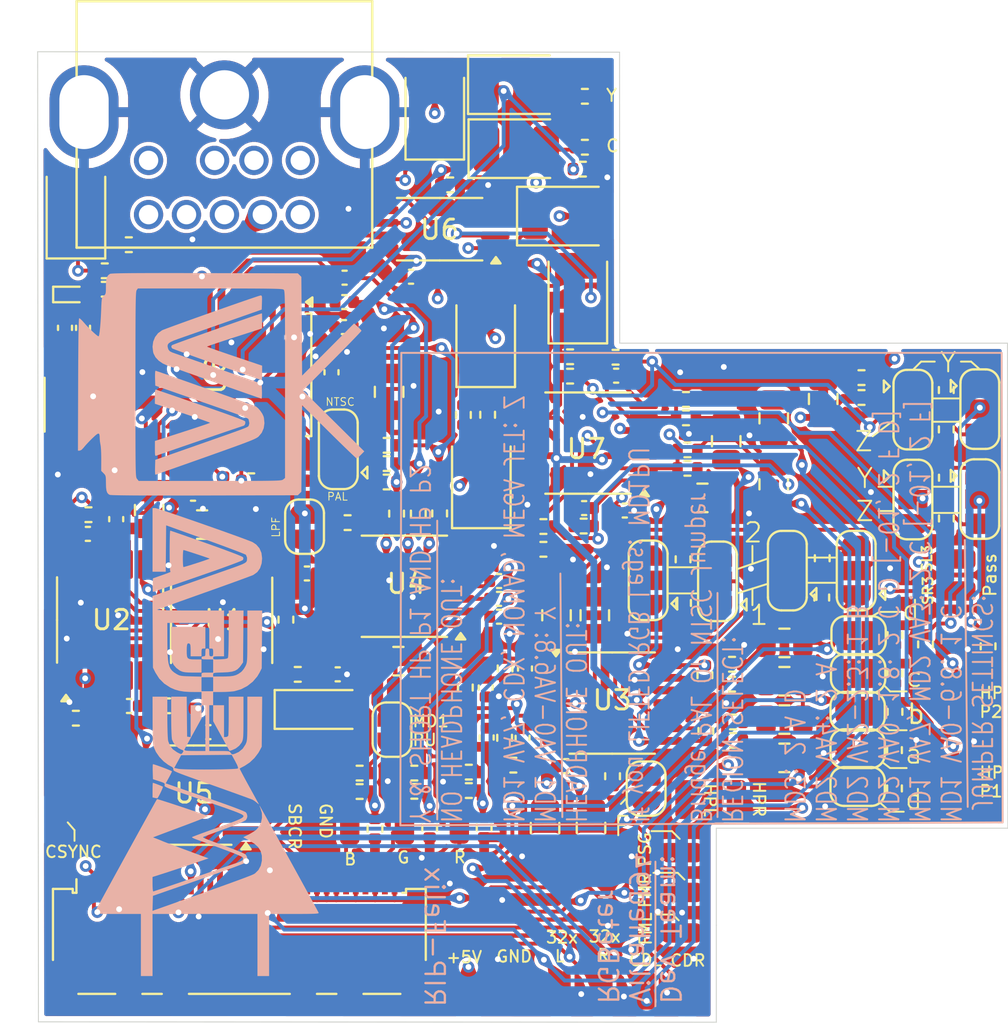
<source format=kicad_pcb>
(kicad_pcb (version 20241229) (generator "pcbnew") (generator_version "9.0")
  (layers (0 "F.Cu" signal) (4 "In1.Cu" signal) (6 "In2.Cu" signal) (2 "B.Cu" signal) (13 "F.Paste" user) (15 "B.Paste" user) (5 "F.SilkS" user "F.Silkscreen") (7 "B.SilkS" user "B.Silkscreen") (1 "F.Mask" user) (3 "B.Mask" user) (25 "Edge.Cuts" user))
  (net 0 "")
  (net 1 "+5V")
  (net 2 "/B-IN")
  (net 3 "GND")
  (net 4 "/PSG")
  (net 5 "/32X_L")
  (net 6 "/32X_R")
  (net 7 "/FM_R")
  (net 8 "/FM_L")
  (net 9 "/CV-OUT")
  (net 10 "/CLK")
  (net 11 "/G-IN")
  (net 12 "/R-OUT")
  (net 13 "/G-OUT")
  (net 14 "/B-OUT")
  (net 15 "/CSync")
  (net 16 "/R-IN")
  (net 17 "/CD_R")
  (net 18 "/CD_L")
  (net 19 "/AUD-R")
  (net 20 "/AUD-L")
  (net 21 "/AUD-M")
  (net 22 "Net-(32XPD1-A)")
  (net 23 "Net-(32XPD2-A)")
  (net 24 "Net-(C3-Pad2)")
  (net 25 "Net-(C4-Pad2)")
  (net 26 "Net-(D1-A)")
  (net 27 "Net-(U2A-RCext)")
  (net 28 "Net-(U2A-Cext)")
  (net 29 "Net-(U2B-Cext)")
  (net 30 "Net-(U2B-RCext)")
  (net 31 "Net-(U3A-+)")
  (net 32 "Net-(U3B-+)")
  (net 33 "Net-(C12-Pad1)")
  (net 34 "Net-(U3A--)")
  (net 35 "Net-(C13-Pad1)")
  (net 36 "Net-(U3B--)")
  (net 37 "Net-(C16-Pad1)")
  (net 38 "Net-(U4-CH2_IN)")
  (net 39 "Net-(C17-Pad1)")
  (net 40 "Net-(U4-CH3_IN)")
  (net 41 "Net-(U4-CH4_IN)")
  (net 42 "Net-(C18-Pad1)")
  (net 43 "Net-(C19-Pad2)")
  (net 44 "Net-(C20-Pad2)")
  (net 45 "Net-(C21-Pad2)")
  (net 46 "Net-(C22-Pad2)")
  (net 47 "Net-(C24-Pad2)")
  (net 48 "Net-(SR3-Pin_1)")
  (net 49 "Net-(C25-Pad2)")
  (net 50 "Net-(C26-Pad2)")
  (net 51 "Net-(SL3-Pin_1)")
  (net 52 "Net-(C27-Pad2)")
  (net 53 "Net-(C32-Pad1)")
  (net 54 "Net-(U8-RED)")
  (net 55 "Net-(U8-GREEN)")
  (net 56 "Net-(C33-Pad1)")
  (net 57 "Net-(C34-Pad1)")
  (net 58 "Net-(U8-BLUE)")
  (net 59 "Net-(U7A--)")
  (net 60 "/SR")
  (net 61 "Net-(U7B--)")
  (net 62 "/SL")
  (net 63 "/V_REF")
  (net 64 "/HP_R")
  (net 65 "Net-(HPR_SL2-Pin_1)")
  (net 66 "Net-(C42-Pad1)")
  (net 67 "Net-(C43-Pad1)")
  (net 68 "Net-(C44-Pad1)")
  (net 69 "Net-(HPL_SL2-Pin_1)")
  (net 70 "/HP_L")
  (net 71 "Net-(U8-LUM_OUT)")
  (net 72 "Net-(C46-Pad2)")
  (net 73 "Net-(U8-CHROM_OUT)")
  (net 74 "Net-(C47-Pad2)")
  (net 75 "Net-(C48-Pad2)")
  (net 76 "Net-(U8-CVBS_OUT)")
  (net 77 "Net-(C49-Pad2)")
  (net 78 "Net-(D2-A)")
  (net 79 "/C-OUT")
  (net 80 "/CSync_OUT")
  (net 81 "Net-(D1-K)")
  (net 82 "/Hsync")
  (net 83 "/YTRAP")
  (net 84 "Net-(LPF1-A)")
  (net 85 "/Y-OUT")
  (net 86 "Net-(MD1_PU1-A)")
  (net 87 "/STDSEL")
  (net 88 "Net-(PSGPD1-A)")
  (net 89 "Net-(PSGPD2-A)")
  (net 90 "Net-(PSGPD3-A)")
  (net 91 "Net-(U7C--)")
  (net 92 "Net-(R52-Pad2)")
  (net 93 "/~Vsync")
  (net 96 "/4xCLK")
  (net 99 "Net-(U7D--)")
  (net 100 "Net-(FMR_1-C)")
  (net 101 "Net-(FML_1-C)")
  (net 102 "Net-(FML_1-B)")
  (net 103 "Net-(FML_1-A)")
  (net 104 "Net-(FML_2-A)")
  (net 105 "Net-(FML_2-C)")
  (net 106 "Net-(FML_2-B)")
  (net 107 "Net-(FMR_1-B)")
  (net 108 "Net-(FMR_1-A)")
  (net 109 "Net-(FMR_2-B)")
  (net 110 "Net-(FMR_2-A)")
  (net 111 "Net-(FMR_2-C)")
  (net 112 "Net-(HPL_RES1-A)")
  (net 113 "Net-(HPL_RES1-B)")
  (net 114 "Net-(HPL_RES2-B)")
  (net 115 "Net-(HPL_RES2-A)")
  (net 116 "Net-(HPL_RES2-C)")
  (net 117 "Net-(HPL_SL1-Pin_1)")
  (net 118 "Net-(HPR_RES1-A)")
  (net 119 "Net-(HPR_RES1-B)")
  (net 120 "Net-(HPR_RES2-B)")
  (net 121 "Net-(HPR_RES2-A)")
  (net 122 "Net-(HPR_RES2-C)")
  (net 123 "Net-(HPR_SL1-Pin_1)")
  (net 124 "/Vsync")
  (net 125 "Net-(U8-YSET)")
  (net 126 "Net-(U8-CSET)")
  (net 127 "Net-(U8-CVSET)")
  (net 132 "Net-(PSGPD4-A)")
  (footprint "Resistor_SMD:R_0402_1005Metric" (layer "F.Cu") (at 197.5125 96.625)
    (property "Reference" "R56" (hide yes))
    (property "Value" "75" (hide yes))
  )
  (footprint "Capacitor_SMD:C_0402_1005Metric" (layer "F.Cu") (at 184.45 110.85 90)
    (property "Reference" "C39" (hide yes))
    (property "Value" "0.1u" (hide yes))
  )
  (footprint "Capacitor_SMD:C_0402_1005Metric" (layer "F.Cu") (at 177.31 117.11)
    (property "Reference" "C8" (hide yes))
    (property "Value" "0.1u" (hide yes))
  )
  (footprint "Jumper:SolderJumper-2_P1.3mm_Open_RoundedPad1.0x1.5mm" (layer "F.Cu") (at 211.575 130.25 180)
    (property "Reference" "PSGPD2" (hide yes))
    (property "Value" "~" (hide yes))
  )
  (footprint "Connector_Wire:SolderWirePad_1x01_SMD_1x2mm" (layer "F.Cu") (at 185.39 134.2)
    (property "Reference" "B_IN1" (hide yes))
    (property "Value" "~" (hide yes))
  )
  (footprint "Resistor_SMD:R_0402_1005Metric" (layer "F.Cu") (at 209.725 122.46 90)
    (property "Reference" "R21" (hide yes))
    (property "Value" "2.2k" (hide yes))
  )
  (footprint "Capacitor_SMD:C_0402_1005Metric" (layer "F.Cu") (at 188.55 105.925)
    (property "Reference" "C31" (hide yes))
    (property "Value" "0.1u" (hide yes))
  )
  (footprint "Resistor_SMD:R_0402_1005Metric" (layer "F.Cu") (at 202.8 115.8 180)
    (property "Reference" "R40" (hide yes))
    (property "Value" "10k" (hide yes))
  )
  (footprint "Connector_Wire:SolderWirePad_1x01_SMD_1x2mm" (layer "F.Cu") (at 170.25 133.9)
    (property "Reference" "S_IN1" (hide yes))
    (property "Value" "~" (hide yes))
  )
  (footprint "Capacitor_SMD:C_0402_1005Metric" (layer "F.Cu") (at 193.0875 122.53 180)
    (property "Reference" "C17" (hide yes))
    (property "Value" "0.1u" (hide yes))
  )
  (footprint "Resistor_SMD:R_0402_1005Metric" (layer "F.Cu") (at 199.095 110.075)
    (property "Reference" "R46" (hide yes))
    (property "Value" "10k" (hide yes))
  )
  (footprint "Package_SO:TSSOP-14_4.4x5mm_P0.65mm" (layer "F.Cu") (at 197.675 114.5 180)
    (property "Reference" "U7")
    (property "Value" "TS924" (hide yes))
  )
  (footprint "Connector_Wire:SolderWirePad_1x01_SMD_1x2mm" (layer "F.Cu") (at 188.21 134.19)
    (property "Reference" "G_IN1" (hide yes))
    (property "Value" "~" (hide yes))
  )
  (footprint "Capacitor_SMD:C_0402_1005Metric" (layer "F.Cu") (at 192.45 129.675 -90)
    (property "Reference" "C11" (hide yes))
    (property "Value" "47p" (hide yes))
  )
  (footprint "Resistor_SMD:R_0402_1005Metric" (layer "F.Cu") (at 185.9 132.46)
    (property "Reference" "R13" (hide yes))
    (property "Value" "5.62k" (hide yes))
  )
  (footprint "Connector_Wire:SolderWirePad_1x01_SMD_1x2mm" (layer "F.Cu") (at 200.62 142.7)
    (property "Reference" "CD_L1" (hide yes))
    (property "Value" "SMD_Conn_01x01" (hide yes))
  )
  (footprint "Connector_Wire:SolderWirePad_1x01_SMD_1x2mm" (layer "F.Cu") (at 182.5 131.55)
    (property "Reference" "CLK_IN1" (hide yes))
    (property "Value" "~" (hide yes))
  )
  (footprint "Capacitor_SMD:C_0805_2012Metric" (layer "F.Cu") (at 204.8 114.4 90)
    (property "Reference" "C26" (hide yes))
    (property "Value" "10u" (hide yes))
  )
  (footprint "Resistor_SMD:R_0402_1005Metric" (layer "F.Cu") (at 216.145 111.765 90)
    (property "Reference" "R63" (hide yes))
    (property "Value" "50k" (hide yes))
  )
  (footprint "Resistor_SMD:R_0402_1005Metric" (layer "F.Cu") (at 188.925 118.135 -90)
    (property "Reference" "R37" (hide yes))
    (property "Value" "75" (hide yes))
  )
  (footprint "Resistor_SMD:R_0402_1005Metric" (layer "F.Cu") (at 205.1 125.9 180)
    (property "Reference" "R26" (hide yes))
    (property "Value" "36k" (hide yes))
  )
  (footprint "Connector_Wire:SolderWirePad_1x01_SMD_1x2mm" (layer "F.Cu") (at 216.65 122.125 90)
    (property "Reference" "SR3")
    (property "Value" "SMD_Conn_01x01" (hide yes))
  )
  (footprint "Jumper:SolderJumper-3_P1.3mm_Open_RoundedPad1.0x1.5mm" (layer "F.Cu") (at 217.875 112.75 -90)
    (property "Reference" "HPL_RES2" (hide yes))
    (property "Value" "SolderJumper_3_Open" (hide yes))
  )
  (footprint "Jumper:SolderJumper-2_P1.3mm_Open_RoundedPad1.0x1.5mm" (layer "F.Cu") (at 187.57 129.27 90)
    (property "Reference" "MD1_PU1" (hide yes))
    (property "Value" "~" (hide yes))
  )
  (footprint "Capacitor_SMD:C_0805_2012Metric" (layer "F.Cu") (at 177.78 118.7)
    (property "Reference" "C10" (hide yes))
    (property "Value" "10u" (hide yes))
  )
  (footprint "Resistor_SMD:R_0402_1005Metric" (layer "F.Cu") (at 203.75 129.34 -90)
    (property "Reference" "R32" (hide yes))
    (property "Value" "47k" (hide yes))
  )
  (footprint "Capacitor_SMD:C_0402_1005Metric" (layer "F.Cu") (at 199.125 111.025)
    (property "Reference" "C36" (hide yes))
    (property "Value" "5600p" (hide yes))
  )
  (footprint "Inductor_SMD:L_1812_4532Metric" (layer "F.Cu") (at 171.37 112.52 90)
    (property "Reference" "L1" (hide yes))
    (property "Value" "82uH")
  )
  (footprint "Resistor_SMD:R_0402_1005Metric" (layer "F.Cu") (at 189.51 134.32 90)
    (property "Reference" "R18" (hide yes))
    (property "Value" "1k" (hide yes))
  )
  (footprint "Connector_Wire:SolderWirePad_1x01_SMD_1x2mm" (layer "F.Cu") (at 197.8775 97.98 90)
    (property "Reference" "CHROMA1" (hide yes))
    (property "Value" "SMD_Conn_01x01" (hide yes))
  )
  (footprint "Jumper:SolderJumper-3_P1.3mm_Open_RoundedPad1.0x1.5mm" (layer "F.Cu") (at 200.775 121.575 90)
    (property "Reference" "FML_1" (hide yes))
    (property "Value" "SolderJumper_3_Open" (hide yes))
  )
  (footprint "Connector_Wire:SolderWirePad_1x01_SMD_1x2mm" (layer "F.Cu") (at 184.12 131.57)
    (property "Reference" "GND2" (hide yes))
    (property "Value" "SMD_Conn_01x01")
  )
  (footprint "Resistor_SMD:R_0402_1005Metric" (layer "F.Cu") (at 193.4 126.115 90)
    (property "Reference" "R7" (hide yes))
    (property "Value" "47k" (hide yes))
  )
  (footprint "Resistor_SMD:R_0402_1005Metric" (layer "F.Cu") (at 205.1 126.925 180)
    (property "Reference" "R27" (hide yes))
    (property "Value" "51k" (hide yes))
  )
  (footprint "Capacitor_SMD:C_0402_1005Metric" (layer "F.Cu") (at 184.77 126.42 180)
    (property "Reference" "C5" (hide yes))
    (property "Value" "22n" (hide yes))
  )
  (footprint "Connector_Wire:SolderWirePad_1x01_SMD_1x2mm" (layer "F.Cu") (at 202.54 137.66 90)
    (property "Reference" "FM_R1" (hide yes))
    (property "Value" "SMD_Conn_01x01" (hide yes))
  )
  (footprint "Capacitor_SMD:C_0805_2012Metric" (layer "F.Cu") (at 195.46 134.34 90)
    (property "Reference" "C4" (hide yes))
    (property "Value" "10u" (hide yes))
  )
  (footprint "Connector_Wire:SolderWirePad_1x01_SMD_1x2mm" (layer "F.Cu") (at 216.67 127.27 90)
    (property "Reference" "HPL_SL2" (hide yes))
    (property "Value" "SMD_Conn_01x01" (hide yes))
  )
  (footprint "Resistor_SMD:R_0402_1005Metric" (layer "F.Cu") (at 182.1 123.6 -90)
    (property "Reference" "R20" (hide yes))
    (property "Value" "10k" (hide yes))
  )
  (footprint "Resistor_SMD:R_0402_1005Metric" (layer "F.Cu") (at 213.475 132.3 90)
    (property "Reference" "R15" (hide yes))
    (property "Value" "75" (hide yes))
  )
  (footprint "Connector_Wire:SolderWirePad_1x01_SMD_1x2mm" (layer "F.Cu") (at 202.675 132.875)
    (property "Reference" "HP_L1" (hide yes))
    (property "Value" "SMD_Conn_01x01" (hide yes))
  )
  (footprint "Resistor_SMD:R_0402_1005Metric" (layer "F.Cu") (at 197.5125 99.25)
    (property "Reference" "R57" (hide yes))
    (property "Value" "75" (hide yes))
  )
  (footprint "Jumper:SolderJumper-3_P1.3mm_Open_RoundedPad1.0x1.5mm" (layer "F.Cu") (at 214.425 117.41 -90)
    (property "Reference" "HPR_RES1" (hide yes))
    (property "Value" "SolderJumper_3_Open" (hide yes))
  )
  (footprint "Capacitor_SMD:C_0402_1005Metric" (layer "F.Cu") (at 193.0875 121.61 180)
    (property "Reference" "C18" (hide yes))
    (property "Value" "0.1u" (hide yes))
  )
  (footprint "Connector_Wire:SolderWirePad_1x01_SMD_1x2mm" (layer "F.Cu") (at 205.325 132.865)
    (property "Reference" "HP_R1" (hide yes))
    (property "Value" "SMD_Conn_01x01" (hide yes))
  )
  (footprint "Resistor_SMD:R_0402_1005Metric" (layer "F.Cu") (at 187.805 118.135 -90)
    (property "Reference" "R38" (hide yes))
    (property "Value" "75" (hide yes))
  )
  (footprint "Capacitor_SMD:C_0402_1005Metric" (layer "F.Cu") (at 199.57 117.975)
    (property "Reference" "C37" (hide yes))
    (property "Value" "0.1u" (hide yes))
  )
  (footprint "Package_SO:TSSOP-28_6.1x9.7mm_P0.65mm" (layer "F.Cu") (at 178.45 110.98 -90)
    (property "Reference" "U8")
    (property "Value" "AD723")
  )
  (footprint "Resistor_SMD:R_0402_1005Metric" (layer "F.Cu") (at 213.5 126.375 90)
    (property "Reference" "R30" (hide yes))
    (property "Value" "2.9k" (hide yes))
  )
  (footprint "Resistor_SMD:R_0402_1005Metric" (layer "F.Cu") (at 202.725 113.2 180)
    (property "Reference" "R41" (hide yes))
    (property "Value" "10k" (hide yes))
  )
  (footprint "Resistor_SMD:R_0402_1005Metric" (layer "F.Cu") (at 172.76 105.62)
    (property "Reference" "R68" (hide yes))
    (property "Value" "620")
  )
  (footprint "Resistor_SMD:R_0402_1005Metric" (layer "F.Cu") (at 195.375 118.8 180)
    (property "Reference" "R48" (hide yes))
    (property "Value" "10k" (hide yes))
  )
  (footprint "Capacitor_SMD:C_0805_2012Metric" (layer "F.Cu") (at 198.025 123.375 90)
    (property "Reference" "C15" (hide yes))
    (property "Value" "10u" (hide yes))
  )
  (footprint "Capacitor_SMD:C_0805_2012Metric" (layer "F.Cu") (at 187.42 111.86 90)
    (property "Reference" "C38" (hide yes))
    (property "Value" "10u" (hide yes))
  )
  (footprint "Resistor_SMD:R_0402_1005Metric" (layer "F.Cu") (at 202.6 122.74 -90)
    (property "Reference" "R23" (hide yes))
    (property "Value" "2.2k" (hide yes))
  )
  (footprint "Connector_Wire:SolderWirePad_1x01_SMD_1x2mm" (layer "F.Cu") (at 196.28 142.73)
    (property "Reference" "32X_L1" (hide yes))
    (property "Value" "SMD_Conn_01x01" (hide yes))
  )
  (footprint "Package_SO:TSSOP-14_4.4x5mm_P0.65mm" (layer "F.Cu") (at 198.92 127.9)
    (property "Reference" "U3")
    (property "Value" "TS924" (hide yes))
  )
  (footprint "Resistor_SMD:R_0402_1005Metric" (layer "F.Cu") (at 182.61 116.44)
    (property "Reference" "R69" (hide yes))
    (property "Value" "375")
  )
  (footprint "Jumper:SolderJumper-2_P1.3mm_Open_RoundedPad1.0x1.5mm" (layer "F.Cu") (at 183.06 118.81 90)
    (property "Reference" "LPF1" (hide yes))
    (property "Value" "~" (hide yes))
  )
  (footprint "Resistor_SMD:R_0402_1005Metric" (layer "F.Cu") (at 191.53 132.41)
    (property "Reference" "R14" (hide yes))
    (property "Value" "5.62k" (hide yes))
  )
  (footprint "Resistor_SMD:R_0402_1005Metric" (layer "F.Cu") (at 203.7 126.46 90)
    (property "Reference" "R31" (hide yes))
    (property "Value" "47k" (hide yes))
  )
  (footprint "Resistor_SMD:R_0402_1005Metric" (layer "F.Cu") (at 209.75 120.435 -90)
    (property "Reference" "R22" (hide yes))
    (property "Value" "22k" (hide yes))
  )
  (footprint "Resistor_SMD:R_0402_1005Metric" (layer "F.Cu") (at 185.28 118.6 180)
    (property "Reference" "R35" (hide yes))
    (property "Value" "5.62k" (hide yes))
  )
  (footprint "Connector_Wire:SolderWirePad_1x01_SMD_1x2mm" (layer "F.Cu") (at 216.65 120.475 90)
    (property "Reference" "SL3")
    (property "Value" "SMD_Conn_01x01" (hide yes))
  )
  (footprint "Connector_Wire:SolderWirePad_1x01_SMD_1x2mm" (layer "F.Cu") (at 216.67 128.54 90)
    (property "Reference" "HPL_SL1" (hide yes))
    (property "Value" "SMD_Conn_01x01" (hide yes))
  )
  (footprint "Resistor_SMD:R_0402_1005Metric" (layer "F.Cu") (at 198.94 131.67 90)
    (property "Reference" "R25" (hide yes))
    (property "Value" "3.1k")
  )
  (footprint "Capacitor_Tantalum_SMD:CP_EIA-3528-15_AVX-H" (layer "F.Cu") (at 171.275 102.525 90)
    (property "Reference" "C48" (hide yes))
    (property "Value" "220u" (hide yes))
  )
  (footprint "Capacitor_SMD:C_0402_1005Metric" (layer "F.Cu") (at 185.09 108.52 180)
    (property "Reference" "C32" (hide yes))
    (property "Value" "0.1u" (hide yes))
  )
  (footprint "Connector_Wire:SolderWirePad_1x01_SMD_1x2mm" (layer "F.Cu") (at 191.04 134.15)
    (property "Reference" "R_IN1" (hide yes))
    (property "Value" "~" (hide yes))
  )
  (footprint "Jumper:SolderJumper-2_P1.3mm_Open_RoundedPad1.0x1.5mm" (layer "F.Cu") (at 200.67 132.31 -90)
    (property "Reference" "PSGPD4" (hide yes))
    (property "Value" "~")
  )
  (footprint "Capacitor_Tantalum_SMD:CP_EIA-3528-15_AVX-H" (layer "F.Cu") (at 193.975 99.325)
    (property "Reference" "C47" (hide yes))
    (property "Value" "220u" (hide yes))
  )
  (footprint "Resistor_SMD:R_0402_1005Metric" (layer "F.Cu") (at 215.075 124.875 -90)
    (property "Reference" "R61" (hide yes))
    (property "Value" "100" (hide yes))
  )
  (footprint "Resistor_SMD:R_0402_1005Metric" (layer "F.Cu") (at 178.86 116.74 90)
    (property "Reference" "R71" (hide yes))
    (property "Value" "375")
  )
  (footprint "Capacitor_SMD:C_0402_1005Metric" (layer "F.Cu") (at 171.64 108.56 -90)
    (property "Reference" "C49" (hide yes))
    (property "Value" "8p")
  )
  (footprint "Resistor_SMD:R_0402_1005Metric" (layer "F.Cu") (at 171.92 118.19)
    (property "Reference" "R2" (hide yes))
    (property "Value" "10k" (hide yes))
  )
  (footprint "Resistor_SMD:R_0402_1005Metric" (layer "F.Cu") (at 213.5 124.4 90)
    (property "Reference" "R17" (hide yes))
    (property "Value" "75" (hide yes))
  )
  (footprint "Connector_Wire:SolderWirePad_1x01_SMD_1x2mm" (layer "F.Cu") (at 216.62 131.38 90)
    (property "Reference" "HPR_SL2" (hide yes))
    (property "Value" "SMD_Conn_01x01" (hide yes))
  )
  (footprint "Capacitor_Tantalum_SMD:CP_EIA-3528-15_AVX-H" (layer "F.Cu") (at 197.15 106.9 90)
    (property "Reference" "C44" (hide yes))
    (property "Value" "47u" (hide yes))
  )
  (footprint "Resistor_SMD:R_0402_1005Metric" (layer "F.Cu") (at 182.71 126.42 180)
    (property "Reference" "R1" (hide yes))
    (property "Value" "4.7k" (hide yes))
  )
  (footprint "Resistor_SMD:R_0402_1005Metric" (layer "F.Cu") (at 192.32 134.31 90)
    (property "Reference" "R19" (hide yes))
    (property "Value" "1k" (hide yes))
  )
  (footprint "Capacitor_Tantalum_SMD:CP_EIA-3528-15_AVX-H" (layer "F.Cu") (at 193.95 96.025)
    (property "Reference" "C46" (hide yes))
    (property "Value" "220u" (hide yes))
  )
  (footprint "Capacitor_SMD:C_0402_1005Metric" (layer "F.Cu") (at 171.89 119.18 180)
    (property "Reference" "C6" (hide yes))
    (property "Value" "1n" (hide yes))
  )
  (footprint "Capacitor_SMD:C_0402_1005Metric" (layer "F.Cu") (at 178.1 129.4)
    (property "Reference" "C23" (hide yes))
    (property "Value" "0.01u" (hide yes))
  )
  (footprint "Resistor_SMD:R_0402_1005Metric" (layer "F.Cu") (at 202.8 114.85 180)
    (property "Reference" "R39" (hide yes))
    (property "Value" "7.5k" (hide yes))
  )
  (footprint "Connector_Wire:SolderWirePad_1x01_SMD_1x2mm" (layer "F.Cu") (at 193.97 142.82)
    (property "Reference" "GND1" (hide yes))
    (property "Value" "~" (hide yes))
  )
  (footprint "Connector_Wire:SolderWirePad_1x01_SMD_1x2mm" (layer "F.Cu") (at 191.51 142.82)
    (property "Reference" "5V1" (hide yes))
    (property "Value" "~" (hide yes))
  )
  (footprint "Resistor_SMD:R_0402_1005Metric" (layer "F.Cu") (at 187.295 114.615 180)
    (property "Reference" "R43" (hide yes))
    (property "Value" "75" (hide yes))
  )
  (footprint "Capacitor_SMD:C_0402_1005Metric" (layer "F.Cu") (at 183.18 121.22 180)
    (property "Reference" "C28" (hide yes))
    (property "Value" "0.1u" (hide yes))
  )
  (footprint "Jumper:SolderJumper-2_P1.3mm_Open_RoundedPad1.0x1.5mm" (layer "F.Cu") (at 211.575 128.325 180)
    (property "Reference" "PSGPD3" (hide yes))
    (property "Value" "~" (hide yes))
  )
  (footprint "Resistor_SMD:R_0402_1005Metric" (layer "F.Cu") (at 196.75 110.05 180)
    (property "Reference" "R55" (hide yes))
    (property "Value" "330" (hide yes))
  )
  (footprint "Jumper:SolderJumper-2_P1.3mm_Open_RoundedPad1.0x1.5mm" (layer "F.Cu") (at 211.625 124.425 180)
    (property "Reference" "32XPD2" (hide yes))
    (property "Value" "~" (hide yes))
  )
  (footprint "Resistor_SMD:R_0402_1005Metric" (layer "F.Cu") (at 205.15 128.875 180)
    (property "Reference" "R28" (hide yes))
    (property "Value" "51k" (hide yes))
  )
  (footprint "Resistor_SMD:R_0402_1005Metric" (layer "F.Cu") (at 185.9 131.51)
    (property "Reference" "R9" (hide yes))
    (property "Value" "5.62k" (hide yes))
  )
  (footprint "Capacitor_SMD:C_0402_1005Metric" (layer "F.Cu") (at 185.125 105.975 180)
    (property "Reference" "C34" (hide yes))
    (property "Value" "0.1u" (hide yes))
  )
  (footprint "Connector_Wire:SolderWirePad_1x01_SMD_1x2mm" (layer "F.Cu") (at 197.8475 95.42 90)
    (property "Reference" "LUMA1" (hide yes))
    (property "Value" "SMD_Conn_01x01" (hide yes))
  )
  (footprint "Capacitor_SMD:C_0805_2012Metric" (layer "F.Cu") (at 196.05 123.375 90)
    (property "Reference" "C14" (hide yes))
    (property "Value" "10u" (hide yes))
  )
  (footprint "Package_SO:TSSOP-8_4.4x3mm_P0.65mm" (layer "F.Cu") (at 190.025 103.475 180)
    (property "Reference" "U6")
    (property "Value" "TS922" (hide yes))
  )
  (footprint "Resistor_SMD:R_0402_1005Metric" (layer "F.Cu") (at 216.15 116.285 90)
    (property "Reference" "R65" (hide yes))
    (property "Value" "50k" (hide yes))
  )
  (footprint "Resistor_SMD:R_0402_1005Metric" (layer "F.Cu") (at 196.75 111.05)
    (property "Reference" "R49" (hide yes))
    (property "Value" "10k" (hide yes))
  )
  (footprint "Capacitor_SMD:C_0402_1005Metric" (layer "F.Cu") (at 170.71 108.56 90)
    (property "Reference" "C50" (hide yes))
    (property "Value" "16p")
  )
  (footprint "Capacitor_SMD:C_0402_1005Metric" (layer "F.Cu") (at 194.425 126.12 -90)
    (property "Reference" "C12" (hide yes))
    (property "Value" "47p" (hide yes))
  )
  (footprint "Capacitor_SMD:C_0805_2012Metric" (layer "F.Cu") (at 207.25 113.225 90)
    (property "Reference" "C27" (hide yes))
    (property "Value" "10u" (hide yes))
  )
  (footprint "Jumper:SolderJumper-3_P1.3mm_Open_RoundedPad1.0x1.5mm" (layer "F.Cu") (at 184.8 114.82 90)
    (property "Reference" "NTSC/PAL1" (hide yes))
    (property "Value" "SolderJumper_3_Open" (hide yes))
  )
  (footprint "Resistor_SMD:R_0402_1005Metric" (layer "F.Cu") (at 175.97 128.04 180)
    (property "Reference" "R3" (hide yes))
    (property "Value" "10k" (hide yes))
  )
  (footprint "Resistor_SMD:R_0402_1005Metric" (layer "F.Cu") (at 205.15 129.825 180)
    (property "Reference" "R29" (hide yes))
    (property "Value" "36k" (hide yes))
  )
  (footprint "Capacitor_Tantalum_SMD:CP_EIA-3528-15_AVX-H" (layer "F.Cu") (at 192.4 109.15 90)
    (property "Reference" "C43" (hide yes))
    (property "Value" "47u" (hide yes))
  )
  (footprint "Capacitor_SMD:C_0805_2012Metric" (layer "F.Cu") (at 207.25 116.625 90)
    (property "Reference" "C24" (hide yes))
    (property "Value" "10u" (hide yes))
  )
  (footprint "Connector_Wire:SolderWirePad_1x01_SMD_1x2mm" (layer "F.Cu") (at 202.79 142.7)
    (property "Reference" "CD_R1" (hide yes))
    (property "Value" "SMD_Conn_01x01" (hide yes))
  )
  (footprint "Capacitor_SMD:C_0402_1005Metric" (layer "F.Cu") (at 194.3 129.695 90)
    (property "Reference" "C13" (hide yes))
    (property "Value" "47p" (hide yes))
  )
  (footprint "Resistor_SMD:R_0402_1005Metric" (layer "F.Cu") (at 211.775 111.125)
    (property "Reference" "R50" (hide yes))
    (property "Value" "10k" (hide yes))
  )
  (footprint "Capacitor_SMD:C_0805_2012Metric" (layer "F.Cu") (at 175.05 117.95 90)
    (property "Reference" "C1" (hide yes))
    (property "Value" "10u" (hide yes))
  )
  (footprint "Capacitor_Tantalum_SMD:CP_EIA-3528-15_AVX-H" (layer "F.Cu") (at 196.475 102.8)
    (property "Reference" "C45" (hide yes))
    (property "Value" "100u" (hide yes))
  )
  (footprint "Resistor_SMD:R_0402_1005Metric" (layer "F.Cu") (at 171.27 128.68)
    (property "Reference" "R6" (hide yes))
    (property "Value" "2.2k" (hide yes))
  )
  (footprint "Resistor_SMD:R_0402_1005Metric" (layer "F.Cu") (at 193.375 129.69 -90)
    (property "Reference" "R8" (hide yes))
    (property "Value" "47k" (hide yes))
  )
  (footprint "Resistor_SMD:R_0402_1005Metric" (layer "F.Cu") (at 187.295 115.555 180)
    (property "Reference" "R44" (hide yes))
    (property "Value" "75" (hide yes))
  )
  (footprint "Resistor_SMD:R_0402_1005Metric" (layer "F.Cu") (at 191.35 127.1 -90)
    (property "Reference" "R4" (hide yes))
    (property "Value" "47k" (hide yes))
  )
  (footprint "Jumper:SolderJumper-3_P1.3mm_Open_RoundedPad1.0x1.5mm" (layer "F.Cu") (at 214.425 112.775 -90)
    (property "Reference" "HPL_RES1" (hide yes))
    (property "Value" "SolderJumper_3_Open" (hide yes))
  )
  (footprint "Capacitor_SMD:C_0805_2012Metric" (layer "F.Cu") (at 207.8 124.8 180)
    (property "Reference" "C19" (hide yes))
    (property "Value" "10u" (hide yes))
  )
  (footprint "Resistor_SMD:R_0402_1005Metric" (layer "F.Cu") (at 211.775 112.15 180)
    (property "Reference" "R51" (hide yes))
    (property "Value" "10k" (hide yes))
  )
  (footprint "Capacitor_SMD:C_0805_2012Metric" (layer "F.Cu") (at 187.9 125.74)
    (property "Reference" "C29" (hide yes))
    (property "Value" "10u" (hide yes))
  )
  (footprint "Resistor_SMD:R_0402_1005Metric" (layer "F.Cu") (at 213.475 130.325 90)
    (property "Reference" "R33" (hide yes))
    (property "Value" "3.6k" (hide yes))
  )
  (footprint "Jumper:SolderJumper-3_P1.3mm_Open_RoundedPad1.0x1.5mm" (layer "F.Cu") (at 211.5 121.075 90)
    (property "Reference" "FMR_1" (hide yes))
    (property "Value" "SolderJumper_3_Open" (hide yes))
  )
  (footprint "Resistor_SMD:R_0402_1005Metric" (layer "F.Cu") (at 197.41 100.38)
    (property "Reference" "R66" (hide yes))
    (property "Value" "100")
  )
  (footprint "Capacitor_SMD:C_0805_2012Metric" (layer "F.Cu") (at 207.8 128.75 180)
    (property "Reference" "C21" (hide yes))
    (property "Value" "10u" (hide yes))
  )
  (footprint "Connector_Wire:SolderWirePad_1x01_SMD_1x2mm" (layer "F.Cu") (at 216.62 132.66 90)
    (property "Reference" "HPR_SL1" (hide yes))
    (property "Value" "SMD_Conn_01x01" (hide yes))
  )
  (footprint "Jumper:SolderJumper-3_P1.3mm_Open_RoundedPad1.0x1.5mm" (layer "F.Cu") (at 207.95 121.075 90)
    (property "Reference" "FMR_2" (hide yes))
    (property "Value" "SolderJumper_3_Open" (hide yes))
  )
  (footprint "Resistor_SMD:R_0402_1005Metric" (layer "F.Cu") (at 180.31 116.44 180)
    (property "Reference" "R70" (hide yes))
    (property "Value" "375")
  )
  (footprint "Capacitor_SMD:C_0805_2012Metric" (layer "F.Cu") (at 207.8 130.725 180)
    (property "Reference" "C22" (hide yes))
    (property "Value" "10u" (hide yes))
  )
  (footprint "Capacitor_Tantalum_SMD:CP_EIA-3528-15_AVX-H" (layer "F.Cu") (at 192.175 116.425 90)
    (property "Reference" "C42" (hide yes))
    (property "Value" "47u" (hide yes))
  )
  (footprint "Resistor_SMD:R_0402_1005Metric" (layer "F.Cu") (at 197.45 118.775)
    (property "Reference" "R47" (hide yes))
    (property "Value" "10k" (hide yes))
  )
  (footprint "Capacitor_SMD:C_0805_2012Metric" (layer "F.Cu") (at 207.8 126.775 180)
    (property "Reference" "C20" (hide yes))
    (property "Value" "10u" (hide yes))
  )
  (footprint "Resistor_SMD:R_0402_1005Metric" (layer "F.Cu") (at 186.69 134.38 90)
    (property "Reference" "R16" (hide yes))
    (property "Value" "1k" (hide yes))
  )
  (footprint "Jumper:SolderJumper-2_P1.3mm_Open_RoundedPad1.0x1.5mm" (layer "F.Cu") (at 211.575 132.2 180)
    (property "Reference" "32XPD1" (hide yes))
    (property "Value" "~" (hide yes))
  )
  (footprint "Capacitor_SMD:C_0402_1005Metric" (layer "F.Cu") (at 174.01 128.05)
    (property "Reference" "C7" (hide yes))
    (property "Value" "22n" (hide yes))
  )
  (footprint "Capacitor_SMD:C_0402_1005Metric" (layer "F.Cu") (at 197.475 117.85)
    (property "Reference" "C35" (hide yes))
    (property "Value" "5600p" (hide yes))
  )
  (footprint "Connector_FFC-FPC:Molex_502244-3330_1x33-1MP_P0.5mm_Horizontal" (layer "F.Cu") (at 179.7 140.44)
    (property "Reference" "Z1" (hide yes))
    (property "Value" "Conn_01x33_Pin" (hide yes))
  )
  (footprint "Capacitor_SMD:C_0805_2012Metric" (layer "F.Cu") (at 197.83 134.33 90)
    (property "Reference" "C3" (hide yes))
    (property "Value" "10u" (hide yes))
  )
  (footprint "Connector_Wire:SolderWirePad_1x01_SMD_1x2mm" (layer "F.Cu") (at 202.51 139.75 90)
    (property "Reference" "FM_L1" (hide yes))
    (property "Value" "SMD_Conn_01x01" (hide yes))
  )
  (footprint "Resistor_SMD:R_0402_1005Metric" (layer "F.Cu") (at 193.825 131.1)
    (property "Reference" "R5" (hide yes))
    (property "Value" "47k" (hide yes))
  )
  (footprint "Package_SO:TSSOP-14_4.4x5mm_P0.65mm" (layer "F.Cu") (at 178.785 123.635 90)
    (property "Reference" "U1")
    (property "Value" "4070" (hide yes))
  )
  (footprint "Resistor_SMD:R_0402_1005Metric" (layer "F.Cu") (at 172.76 106.57)
    (property "Reference" "R59" (hide yes))
    (property "Value" "47k")
  )
  (footprint "Resistor_SMD:R_0402_1005Metric" (layer "F.Cu") (at 188.72 131.51)
    (property "Reference" "R10" (hide yes))
    (property "Value" "5.62k" (hide yes))
  )
  (footprint "Diode_SMD:D_SOD-923" (layer "F.Cu") (at 170.96 106.84)
    (property "Reference" "D2" (hide yes))
    (property "Value" "1N4148W")
  )
  (footprint "Resistor_SMD:R_0402_1005Metric" (layer "F.Cu") (at 218.3 124.975 -90)
    (property "Reference" "R60" (hide yes))
    (property "Value" "100" (hide yes))
  )
  (footprint "Resistor_SMD:R_0402_1005Metric" (layer "F.Cu") (at 213.5 128.35 90)
    (property "Reference" "R34" (hide yes))
    (property "Value" "820" (hide yes))
  )
  (footprint "Resistor_SMD:R_0402_1005Metric" (layer "F.Cu") (at 191.25 113.05 90)
    (property "Reference" "R54" (hide yes))
    (property "Value" "330" (hide yes))
  )
  (footprint "Jumper:SolderJumper-3_P1.3mm_Open_RoundedPad1.0x1.5mm" (layer "F.Cu") (at 217.875 117.385 -90)
    (property "Reference" "HPR_RES2" (hide yes))
    (property "Value" "SolderJumper_3_Open" (hide yes))
  )
  (footprint "Capacitor_SMD:C_0402_1005Metric" (layer "F.Cu") (at 193.0875 123.45 180)
    (property "Reference" "C16" (hide yes))
    (property "Value" "0.1u" (hide yes))
  )
  (footprint "Capacitor_SMD:C_0805_2012Metric" (layer "F.Cu") (at 209.8 112.225 90)
    (property "Reference" "C40" (hide yes))
    (property "Value" "10u" (hide yes))
  )
  (footprint "Resistor_SMD:R_0402_1005Metric" (layer "F.Cu") (at 190.57 101.19)
    (property "Reference" "R67" (hide yes))
    (property "Value" "100")
  )
  (footprint "Resistor_SMD:R_0402_1005Metric" (layer "F.Cu") (at 216.145 113.795 90)
    (property "Reference" "R62" (hide yes))
    (property "Value" "10k" (hide yes))
  )
  (footprint "Resistor_SMD:R_0402_1005Metric" (layer "F.Cu") (at 174 104.275)
    (property "Reference" "R58" (hide yes))
    (property "Value" "75" (hide yes))
  )
  (footprint "Capacitor_SMD:C_0402_1005Metric" (layer "F.Cu") (at 196.55 131.15)
    (property "Reference" "C30" (hide yes))
    (property "Value" "0.1u" (hide yes))
  )
  (footprint "Package_SO:TSSOP-16_4.4x5mm_P0.65mm" (layer "F.Cu") (at 173.035 123.6175 90)
    (property "Reference" "U2")
    (property "Value" "74HCT123" (hide yes))
  )
  (footprint "Capacitor_SMD:C_0805_2012Metric" (layer "F.Cu") (at 203.575 117.325)
    (property "Reference" "C25" (hide yes))
    (property "Value" "10u" (hide yes))
  )
  (footprint "Package_SO:TSSOP-14_4.4x5mm_P0.65mm" (layer "F.Cu") (at 188.2075 121.88 180)
    (property "Reference" "U4")
    (property "Value" "THS7374" (hide yes))
  )
  (footprint "Resistor_SMD:R_0402_1005Metric" (layer "F.Cu") (at 192.5 113.04 90)
    (property "Reference" "R52" (hide yes))
    (property "Value" "4.7k" (hide yes))
  )
  (footprint "Resistor_SMD:R_0402_1005Metric" (layer "F.Cu") (at 188.72 132.45)
    (property "Reference" "R12" (hide yes))
    (property "Value" "5.62k" (hide yes))
  )
  (footprint "Resistor_SMD:R_0402_1005Metric" (layer "F.Cu") (at 191.53 131.46)
    (property "Reference" "R11" (hide yes))
    (property "Value" "5.62k" (hide yes))
  )
  (footprint "Capacitor_SMD:C_0402_1005Metric" (layer "F.Cu") (at 173.35 118.42 90)
    (property "Reference" "C2" (hide yes))
    (property "Value" "0.1u" (hide yes))
  )
  (footprint "Connector_Wire:SolderWirePad_1x01_SMD_1x2mm" (layer "F.Cu") (at 198.44 142.72)
    (property "Reference" "32X_R1" (hide yes))
    (property "Value" "SMD_Conn_01x01" (hide yes))
  )
  (footprint "Resistor_SMD:R_0402_1005Metric" (layer "F.Cu") (at 202.575 120.49 -90)
    (property "Reference" "R24" (hide yes))
    (property "Value" "22k" (hide yes))
  )
  (footprint "Capacitor_SMD:C_0402_1005Metric" (layer "F.Cu") (at 192.4 127.1 -90)
    (property "Reference" "C9" (hide yes))
    (property "Value" "47p" (hide yes))
  )
  (footprint "Resistor_SMD:R_0402_1005Metric" (layer "F.Cu") (at 195.375 119.975 180)
    (property "Reference" "R53" (hide yes))
    (property "Value" "330" (hide yes))
  )
  (footprint "MyLibrary:MD90SM-MD2" (layer "F.Cu") (at 178.929 104.933)
    (property "Reference" "CN1" (hide yes))
    (property "Value" "MD-90SM_MD2" (hide yes))
  )
  (footprint "Resistor_SMD:R_0402_1005Metric" (layer "F.Cu") (at 216.15 118.385 90)
    (property "Reference" "R64" (hide yes))
    (property "Value" "10k" (hide yes))
  )
  (footprint "Capacitor_SMD:C_0402_1005Metric" (layer "F.Cu") (at 185.11 107.23 180)
    (property "Reference" "C33" (hide yes))
    (property "Value" "0.1u" (hide yes))
  )
  (footprint "Jumper:SolderJumper-2_P1.3mm_Open_RoundedPad1.0x1.5mm" (layer "F.Cu") (at 211.6 126.375 180)
    (property "Reference" "PSGPD1" (hide yes))
    (property "Value" "~" (hide yes))
  )
  (footprint "Package_SO:SOIC-8_3.9x4.9mm_P1.27mm" (layer "F.Cu") (at 177.34 132.645 180)
    (property "Reference" "U5")
    (property "Value" "ICS501" (hide yes))
  )
  (footprint "Resistor_SMD:R_0402_1005Metric" (layer "F.Cu") (at 202.725 112.25 180)
    (property "Reference" "R42" (hide yes))
    (property "Value" "7.5k" (hide yes))
  )
  (footprint "Capacitor_Tantalum_SMD:CP_EIA-3528-15_AVX-H" (layer "F.Cu") (at 189.775 97.425 90)
    (property "Reference" "C41" (hide yes))
    (property "Value" "100u" (hide yes))
  )
  (footprint "Diode_SMD:D_SOD-123" (layer "F.Cu") (at 183.88 128.23)
    (property "Reference" "D1" (hide yes))
    (property "Value" "1N4148W" (hide yes))
  )
  (footprint "Resistor_SMD:R_0402_1005Metric" (layer "F.Cu") (at 190.025 118.125 -90)
    (property "Reference" "R36" (hide yes))
    (property "Value" "75" (hide yes))
  )
  (footprint "Connector_Wire:SolderWirePad_1x01_SMD_1x2mm" (layer "F.Cu") (at 202.53 135.61 90)
    (property "Reference" "P1" (hide yes))
    (property "Value" "SMD_Conn_01x01" (hide yes))
  )
  (footprint "Jumper:SolderJumper-3_P1.3mm_Open_RoundedPad1.0x1.5mm" (layer "F.Cu") (at 204.35 121.625 90)
    (property "Reference" "FML_2" (hide yes))
    (property "Value" "SolderJumper_3_Open" (hide yes))
  )
  (footprint "Resistor_SMD:R_0402_1005Metric" (layer "F.Cu") (at 187.295 116.505 180)
    (property "Reference" "R45" (hide yes))
    (property "Value" "75" (hide yes))
  )
  (footprint "LOGO_Library:MegaAV Logo 2" (layer "B.Cu") (at 179.35 122.65 90)
    (property "Reference" "G***" (hide yes))
    (property "Value" "LOGO" (hide yes))
  )
  (gr_line (start 182.1 123.1) (end 183.05 123.05) (stroke (width 0.6)) (layer "F.Cu") (net 1))
  (gr_line (start 201.8 122.25) (end 203.3 122.25) (stroke (width 0.1)) (layer "F.SilkS"))
  (gr_line (start 214.425 110.725) (end 214.85 110.3) (stroke (width 0.1)) (layer "F.SilkS"))
  (gr_line (start 212.95 127) (end 213.25 127.3) (stroke (width 0.1)) (layer "F.SilkS"))
  (gr_line (start 201.15 138.8) (end 202.05 138.8) (stroke (width 0.1)) (layer "F.SilkS"))
  (gr_line (start 171.2 134.45) (end 171.2 135) (stroke (width 0.1)) (layer "F.SilkS"))
  (gr_line (start 213.4 113.35) (end 212.35 114.15) (stroke (width 0.1)) (layer "F.SilkS"))
  (gr_line (start 217.425 110.3) (end 216.9 110.3) (stroke (width 0.1)) (layer "F.SilkS"))
  (gr_line (start 206.15 120.725) (end 206.15 119.8) (stroke (width 0.1)) (layer "F.SilkS"))
  (gr_line (start 212.9 129.05) (end 213.2 129.3) (stroke (width 0.1)) (layer "F.SilkS"))
  (gr_line (start 170.85 134.05) (end 171.2 134.45) (stroke (width 0.1)) (layer "F.SilkS"))
  (gr_line (start 201.8 120.9) (end 203.3 120.9) (stroke (width 0.1)) (layer "F.SilkS"))
  (gr_line (start 215.45 113.4) (end 216.85 113.4) (stroke (width 0.1)) (layer "F.SilkS"))
  (gr_line (start 212.325 123.425) (end 212.7 123.2) (stroke (width 0.1)) (layer "F.SilkS"))
  (gr_line (start 210.5 121.7) (end 208.95 121.7) (stroke (width 0.1)) (layer "F.SilkS"))
  (gr_line (start 215.45 118.1) (end 216.8 118.1) (stroke (width 0.1)) (layer "F.SilkS"))
  (gr_line (start 205.35 122.25) (end 206.95 121.75) (stroke (width 0.1)) (layer "F.SilkS"))
  (gr_line (start 210.45 120.4) (end 209 120.4) (stroke (width 0.1)) (layer "F.SilkS"))
  (gr_line (start 215.45 116.75) (end 216.85 116.75) (stroke (width 0.1)) (layer "F.SilkS"))
  (gr_line (start 213.25 127.3) (end 214.1 127.3) (stroke (width 0.1)) (layer "F.SilkS"))
  (gr_line (start 212.65 116.75) (end 213.4 116.75) (stroke (width 0.1)) (layer "F.SilkS"))
  (gr_line (start 201.05 136.65) (end 202.3 136.65) (stroke (width 0.1)) (layer "F.SilkS"))
  (gr_line (start 212.85 130.95) (end 213.25 131.25) (stroke (width 0.1)) (layer "F.SilkS"))
  (gr_line (start 213.4 118) (end 212.65 118) (stroke (width 0.1)) (layer "F.SilkS"))
  (gr_line (start 212.75 133.05) (end 213.25 133.5) (stroke (width 0.1)) (layer "F.SilkS"))
  (gr_line (start 212.7 123.2) (end 213.75 123.2) (stroke (width 0.1)) (layer "F.SilkS"))
  (gr_line (start 206.15 122) (end 206.15 122.85) (stroke (width 0.1)) (layer "F.SilkS"))
  (gr_line (start 213.25 131.25) (end 214.1 131.25) (stroke (width 0.1)) (layer "F.SilkS"))
  (gr_line (start 202.05 138.8) (end 202.35 139.1) (stroke (width 0.1)) (layer "F.SilkS"))
  (gr_line (start 199.66 132.8) (end 199.37 133.1) (stroke (width 0.1)) (layer "F.SilkS"))
  (gr_line (start 214.85 110.3) (end 215.55 110.3) (stroke (width 0.1)) (layer "F.SilkS"))
  (gr_line (start 200.95 134.5) (end 202 134.5) (stroke (width 0.1)) (layer "F.SilkS"))
  (gr_line (start 202 134.5) (end 202.4 134.9) (stroke (width 0.1)) (layer "F.SilkS"))
  (gr_line (start 205.35 121) (end 206.95 120.45) (stroke (width 0.1)) (layer "F.SilkS"))
  (gr_line (start 217.425 110.3) (end 217.875 110.7) (stroke (width 0.1)) (layer "F.SilkS"))
  (gr_line (start 213.2 129.3) (end 214.1 129.3) (stroke (width 0.1)) (layer "F.SilkS"))
  (gr_line (start 202.3 136.65) (end 202.65 137) (stroke (width 0.1)) (layer "F.SilkS"))
  (gr_line (start 215.45 112.2) (end 216.85 112.2) (stroke (width 0.1)) (layer "F.SilkS"))
  (gr_line (start 213.25 133.5) (end 213.95 133.5) (stroke (width 0.1)) (layer "F.SilkS"))
  (gr_line (start 196.25 121.225) (end 196.35 133.775) (stroke (width 0.1)) (layer "B.SilkS"))
  (gr_line (start 201.15 136.075) (end 201.15 143.525) (stroke (width 0.1)) (layer "B.SilkS"))
  (gr_line (start 188.05 109.85) (end 219 109.85) (stroke (width 0.1)) (layer "B.SilkS"))
  (gr_line (start 189.9 133.9) (end 189.9 118.5) (stroke (width 0.1)) (layer "B.SilkS"))
  (gr_line (start 219 109.85) (end 219.05 134.05) (stroke (width 0.1)) (layer "B.SilkS"))
  (gr_line (start 218.85 134.05) (end 188 134.2) (stroke (width 0.1)) (layer "B.SilkS"))
  (gr_line (start 204.35 133.775) (end 204.35 122.225) (stroke (width 0.1)) (layer "B.SilkS"))
  (gr_line (start 219.05 134.05) (end 218.85 134.05) (stroke (width 0.1)) (layer "B.SilkS"))
  (gr_line (start 188 134.2) (end 188.05 109.85) (stroke (width 0.1)) (layer "B.SilkS"))
  (gr_line (start 217.1 119.5) (end 217.25 133.25) (stroke (width 0.1)) (layer "B.SilkS"))
  (gr_line (start 169.34 144.33) (end 204.29 144.35) (stroke (width 0.05)) (layer "Edge.Cuts"))
  (gr_line (start 199.3 94.35) (end 169.3 94.33) (stroke (width 0.05)) (layer "Edge.Cuts"))
  (gr_line (start 199.3 94.35) (end 199.31 109.35) (stroke (width 0.05)) (layer "Edge.Cuts"))
  (gr_line (start 219.32 134.35) (end 219.3 109.35) (stroke (width 0.05)) (layer "Edge.Cuts"))
  (gr_line (start 204.29 139.35) (end 204.29 134.35) (stroke (width 0.05)) (layer "Edge.Cuts"))
  (gr_line (start 204.29 139.35) (end 204.29 144.35) (stroke (width 0.05)) (layer "Edge.Cuts"))
  (gr_line (start 204.29 134.35) (end 214.32 134.35) (stroke (width 0.05)) (layer "Edge.Cuts"))
  (gr_line (start 209.31 109.35) (end 214.31 109.35) (stroke (width 0.05)) (layer "Edge.Cuts"))
  (gr_line (start 214.32 134.35) (end 219.32 134.35) (stroke (width 0.05)) (layer "Edge.Cuts"))
  (gr_line (start 199.31 109.35) (end 209.31 109.35) (stroke (width 0.05)) (layer "Edge.Cuts"))
  (gr_line (start 219.3 109.35) (end 214.31 109.35) (stroke (width 0.05)) (layer "Edge.Cuts"))
  (gr_line (start 169.3 94.33) (end 169.34 144.33) (stroke (width 0.05)) (layer "Edge.Cuts"))
  (gr_text "HP\nP1" (at 217.8 132.8 0) (layer "F.SilkS") (effects (font (size 0.6 0.6) (thickness 0.1)) (justify left bottom)))
  (gr_text "GND" (at 183.8 133 270) (layer "F.SilkS") (effects (font (size 0.6 0.6) (thickness 0.1)) (justify left bottom)))
  (gr_text "MD1\nPU" (at 188.57 130.15 0) (layer "F.SilkS") (effects (font (size 0.6 0.6) (thickness 0.1)) (justify left bottom)))
  (gr_text "F" (at 198.93 134.84 0) (layer "F.SilkS") (effects (font (size 1 1) (thickness 0.1)) (justify left bottom)))
  (gr_text "32x\n L" (at 195.45 141.3 0) (layer "F.SilkS") (effects (font (size 0.6 0.6) (thickness 0.1)) (justify left bottom)))
  (gr_text "Pass" (at 218.4 121.3 90) (layer "F.SilkS") (effects (font (size 0.635 0.635) (thickness 0.1016))))
  (gr_text "a" (at 213.95 131.1 0) (layer "F.SilkS") (effects (font (size 1 1) (thickness 0.1)) (justify left bottom)))
  (gr_text "C" (at 198.55 99.55 0) (layer "F.SilkS") (effects (font (size 0.635 0.635) (thickness 0.1016)) (justify left bottom)))
  (gr_text "b" (at 214.05 129.05 0) (layer "F.SilkS") (effects (font (size 1 1)) (justify left bottom)))
  (gr_text "B" (at 185.05 136.3 0) (layer "F.SilkS") (effects (font (size 0.6 0.6) (thickness 0.1)) (justify left bottom)))
  (gr_text "HP\nP2" (at 217.8 128.7 0) (layer "F.SilkS") (effects (font (size 0.6 0.6) (thickness 0.1)) (justify left bottom)))
  (gr_text "c" (at 214 127.15 0) (layer "F.SilkS") (effects (font (size 1 1) (thickness 0.1)) (justify left bottom)))
  (gr_text "Z" (at 211.35 115 0) (layer "F.SilkS") (effects (font (size 1 1) (thickness 0.1)) (justify left bottom)))
  (gr_text "LPF" (at 181.82 119.4 90) (layer "F.SilkS") (effects (font (size 0.4 0.4) (thickness 0.05)) (justify left bottom)))
  (gr_text "CDL" (at 199.73 141.5 0) (layer "F.SilkS") (effects (font (size 0.6 0.6) (thickness 0.1)) (justify left bottom)))
  (gr_text "G" (at 187.79 136.21 0) (layer "F.SilkS") (effects (font (size 0.6 0.6) (thickness 0.1)) (justify left bottom)))
  (gr_text "SBCR" (at 182.2 133 270) (layer "F.SilkS") (effects (font (size 0.6 0.6) (thickness 0.1)) (justify left bottom)))
  (gr_text "R" (at 190.7 136.2 0) (layer "F.SilkS") (effects (font (size 0.6 0.6) (thickness 0.1)) (justify left bottom)))
  (gr_text "Y" (at 215.75 110.930025 0) (layer "F.SilkS") (effects (font (size 1 1) (thickness 0.1)) (justify left bottom)))
  (gr_text "2" (at 205.65 119.7 0) (layer "F.SilkS") (effects (font (size 1 1) (thickness 0.1)) (justify left bottom)))
  (gr_text "CSYNC" (at 169.62 135.92 0) (layer "F.SilkS") (effects (font (size 0.6 0.6) (thickness 0.1)) (justify left bottom)))
  (gr_text "1" (at 205.95 123.95 0) (layer "F.SilkS") (effects (font (size 1 1) (thickness 0.1)) (justify left bottom)))
  (gr_text "GND" (at 192.89 141.31 0) (layer "F.SilkS") (effects (font (size 0.6 0.6) (thickness 0.1)) (justify left bottom)))
  (gr_text "FMR" (at 200.97 138.52 90) (layer "F.SilkS") (effects (font (size 0.6 0.6) (thickness 0.1)) (justify left bottom)))
  (gr_text "d" (at 213.8 123.7 0) (layer "F.SilkS") (effects (font (size 1 1) (thickness 0.1)) (justify left bottom)))
  (gr_text "NTSC" (at 184.11 112.61 0) (layer "F.SilkS") (effects (font (size 0.4 0.4) (thickness 0.05)) (justify left bottom)))
  (gr_text "HPR" (at 206.14 131.87 270) (layer "F.SilkS") (effects (font (size 0.6 0.6) (thickness 0.1)) (justify left bottom)))
  (gr_text "32x\n R" (at 197.65 141.25 0) (layer "F.SilkS") (effects (font (size 0.6 0.6) (thickness 0.1)) (justify left bottom)))
  (gr_text "Z" (at 211.4 118.6 0) (layer "F.SilkS") (effects (font (size 1 1) (thickness 0.1)) (justify left bottom)))
  (gr_text "+5V" (at 190.31 141.35 0) (layer "F.SilkS") (effects (font (size 0.6 0.6) (thickness 0.1)) (justify left bottom)))
  (gr_text "CDR" (at 201.86 141.52 0) (layer "F.SilkS") (effects (font (size 0.6 0.6) (thickness 0.1)) (justify left bottom)))
  (gr_text "PSG" (at 200.96 136.4 90) (layer "F.SilkS") (effects (font (size 0.6 0.6) (thickness 0.1)) (justify left bottom)))
  (gr_text "d" (at 213.95 133.45 0) (layer "F.SilkS") (effects (font (size 1 1) (thickness 0.1)) (justify left bottom)))
  (gr_text "Y" (at 211.45 116.9 0) (layer "F.SilkS") (effects (font (size 1 1) (thickness 0.1)) (justify left bottom)))
  (gr_text "FML" (at 201 140.45 90) (layer "F.SilkS") (effects (font (size 0.6 0.6) (thickness 0.1)) (justify left bottom)))
  (gr_text "HPL" (at 203.62 131.98 270) (layer "F.SilkS") (effects (font (size 0.6 0.6) (thickness 0.1)) (justify left bottom)))
  (gr_text "Y" (at 198.55 96.95 0) (layer "F.SilkS") (effects (font (size 0.635 0.635) (thickness 0.1016)) (justify left bottom)))
  (gr_text "PAL" (at 184.19 117.49 0) (layer "F.SilkS") (effects (font (size 0.4 0.4) (thickness 0.05)) (justify left bottom)))
  (gr_text "RIP-Felix" (at 189.75 143.65 270) (layer "B.SilkS") (effects (font (size 1 1) (thickness 0.12) (bold yes)) (justify left mirror)))
  (gr_text " JUMPER SETTINGS:\nMD1 VA0-6.8: 1 C\nMD1 VA7, MD2 VA3: 2 C [-01, 2 F]\nMD2 VA0-1.8: 2 C D [-01, 2 F D]\nMD2 VA2-2.3: 1 B\nMD2 VA4: 2 A\nMD3: 2 A D \n\nREGION SELECT:\nBridge PAL Or NTSC Jumper\n\nIf you LIFTED RGB Legs: MD1PU\n\nHEADPHONE OUT:\nMD1 VA0-VA6.8: Y\nMD1 VA7, CDX, NOMAD, MEGA JET: Z\n\nNO HEADPHONE OUT:\nY & SHORT HP P1 AND HP P2" (at 188.4 134.15 270) (layer "B.SilkS") (effects (font (size 1 0.8) (thickness 0.1)) (justify left bottom mirror)))
  (gr_text "Dev Team:\nVillahed94\nRGBeter\n" (at 200.3 143.5 270) (layer "B.SilkS") (effects (font (size 1 1) (thickness 0.12) (bold yes)) (justify left mirror)))
  (segment (start 176.115 117.825) (end 176.83 117.11) (width 0.6) (layer "F.Cu") (net 1))
  (segment (start 184.759999 110.37) (end 185.299999 110.91) (width 0.2) (layer "F.Cu") (net 1))
  (segment (start 179.7 113.43) (end 179.34 113.07) (width 0.2) (layer "F.Cu") (net 1))
  (segment (start 180.299999 133.28) (end 179.815 133.28) (width 0.2) (layer "F.Cu") (net 1))
  (segment (start 183.66 123.61) (end 183.66 124.525) (width 0.508) (layer "F.Cu") (net 1))
  (segment (start 171.78 128.68) (end 171.78 126.85) (width 0.2) (layer "F.Cu") (net 1))
  (segment (start 184.035 124.9) (end 183.66 124.525) (width 0.508) (layer "F.Cu") (net 1))
  (segment (start 180.725 114.6925) (end 180.725 113.835) (width 0.2) (layer "F.Cu") (net 1))
  (segment (start 176.9 128.175) (end 176.615 128.175) (width 0.6) (layer "F.Cu") (net 1))
  (segment (start 177.925 133.375) (end 179.72 133.375) (width 0.6) (layer "F.Cu") (net 1))
  (segment (start 187.6 104.8) (end 188.07 105.27) (width 0.6) (layer "F.Cu") (net 1))
  (segment (start 187.42 110.91) (end 187.26 110.75) (width 0.2) (layer "F.Cu") (net 1))
  (segment (start 188.825 105.1) (end 187.9 105.1) (width 0.6) (layer "F.Cu") (net 1))
  (segment (start 172.43 118.19) (end 172.64 118.19) (width 0.2) (layer "F.Cu") (net 1))
  (segment (start 183.66 124.525) (end 183.66 124.66) (width 0.2) (layer "F.Cu") (net 1))
  (segment (start 185.345 121.23) (end 183.67 121.23) (width 0.2) (layer "F.Cu") (net 1))
  (segment (start 176.075 117.825) (end 176.075 117.875) (width 0.6) (layer "F.Cu") (net 1))
  (segment (start 187.57 128.62) (end 186.81 127.86) (width 0.6) (layer "F.Cu") (net 1))
  (segment (start 183.83 110.55) (end 183.68 110.7) (width 0.2) (layer "F.Cu") (net 1))
  (segment (start 183.83 110.23) (end 183.63 110.03) (width 0.2) (layer "F.Cu") (net 1))
  (segment (start 183.36 118.16) (end 183.5 118.3) (width 0.2) (layer "F.Cu") (net 1))
  (segment (start 174.875 113.435) (end 174.67 113.23) (width 0.2) (layer "F.Cu") (net 1))
  (segment (start 180.725 113.835) (end 180.32 113.43) (width 0.2) (layer "F.Cu") (net 1))
  (segment (start 174.875 109.1) (end 174.875 107.2675) (width 0.2) (layer "F.Cu") (net 1))
  (segment (start 185.97 124.9) (end 184.035 124.9) (width 0.508) (layer "F.Cu") (net 1))
  (segment (start 178.87 114.5975) (end 178.87 112.69) (width 0.2) (layer "F.Cu") (net 1))
  (segment (start 183.83 110.55) (end 183.83 110.23) (width 0.2) (layer "F.Cu") (net 1))
  (segment (start 179.72 133.375) (end 179.815 133.28) (width 0.6) (layer "F.Cu") (net 1))
  (segment (start 184.45 110.37) (end 184.01 110.37) (width 0.2) (layer "F.Cu") (net 1))
  (segment (start 179.34 113.07) (end 179.34 112.22) (width 0.2) (layer "F.Cu") (net 1))
  (segment (start 176.784 126.5485) (end 176.835 126.4975) (width 0.2) (layer "F.Cu") (net 1))
  (segment (start 183.68 110.7) (end 183.68 112.4) (width 0.2) (layer "F.Cu") (net 1))
  (segment (start 176.48 128.04) (end 176.784 127.736) (width 0.2) (layer "F.Cu") (net 1))
  (segment (start 172.06 126.48) (end 171.78 126.76) (width 0.2) (layer "F.Cu") (net 1))
  (segment (start 195.55 132.025) (end 195.55 131.67) (width 0.6) (layer "F.Cu") (net 1))
  (segment (start 176.075 117.825) (end 176.115 117.825) (width 0.6) (layer "F.Cu") (net 1))
  (segment (start 176.075 117.875) (end 175.05 118.9) (width 0.6) (layer "F.Cu") (net 1))
  (segment (start 213.26 110.15) (end 212.285 111.125) (width 0.6) (layer "F.Cu") (net 1))
  (segment (start 184.01 110.37) (end 183.83 110.55) (width 0.2) (layer "F.Cu") (net 1))
  (segment (start 177.35 130.65) (end 177.35 132.8) (width 0.2) (layer "F.Cu") (net 1))
  (segment (start 178.775 114.6925) (end 178.87 114.5975) (width 0.2) (layer "F.Cu") (net 1))
  (segment (start 172.43 118.055) (end 172.43 118.19) (width 0.2) (layer "F.Cu") (net 1))
  (segment (start 176.835 118.705) (end 176.83 118.7) (width 0.2) (layer "F.Cu") (net 1))
  (segment (start 180.18 111.38) (end 180.78 111.38) (width 0.2) (layer "F.Cu") (net 1))
  (segment (start 199.09 117.635) (end 199.425 117.3) (width 0.2) (layer "F.Cu") (net 1))
  (segment (start 176.615 128.175) (end 176.48 128.04) (width 0.6) (layer "F.Cu") (net 1))
  (segment (start 183.68 112.4) (end 184.8 113.52) (width 0.2) (layer "F.Cu") (net 1))
  (segment (start 181.375 110.785) (end 180.78 111.38) (width 0.2) (layer "F.Cu") (net 1))
  (segment (start 180.32 113.43) (end 179.7 113.43) (width 0.2) (layer "F.Cu") (net 1))
  (segment (start 183.075 123.025) (end 183.66 122.44) (width 0.6) (layer "F.Cu") (net 1))
  (segment (start 177.575 128.175) (end 176.9 128.175) (width 0.6) (layer "F.Cu") (net 1))
  (segment (start 176.075 117.825) (end 176.075 117.945) (width 0.6) (layer "F.Cu") (net 1))
  (segment (start 178.58 129.4) (end 178.58 129.42) (width 0.2) (layer "F.Cu") (net 1))
  (segment (start 171.33466 117.325) (end 171.7 117.325) (width 0.2) (layer "F.Cu") (net 1))
  (segment (start 195.55 131.67) (end 196.07 131.15) (width 0.6) (layer "F.Cu") (net 1))
  (segment (start 186.81 125.74) (end 185.97 124.9) (width 0.508) (layer "F.Cu") (net 1))
  (segment (start 178.87 112.69) (end 179.44 112.12) (width 0.2) (layer "F.Cu") (net 1))
  (segment (start 188.07 105.27) (end 188.07 105.925) (width 0.6) (layer "F.Cu") (net 1))
  (segment (start 176.075 117.945) (end 176.83 118.7) (width 0.6) (layer "F.Cu") (net 1))
  (segment (start 172.64 118.19) (end 173.35 118.9) (width 0.2) (layer "F.Cu") (net 1))
  (segment (start 172.2 137.36) (end 172.2 136.725) (width 0.2) (layer "F.Cu") (net 1))
  (segment (start 176.784 127.736) (end 176.784 126.5485) (width 0.2) (layer "F.Cu") (net 1))
  (segment (start 191.51 141.5) (end 191.51 142.82) (width 0.6) (layer "F.Cu") (net 1))
  (segment (start 173.35 118.9) (end 174.01 119.56) (width 0.2) (layer "F.Cu") (net 1))
  (segment (start 183.67 121.23) (end 183.66 121.22) (width 0.2) (layer "F.Cu") (net 1))
  (segment (start 176.4625 110.6875) (end 174.875 109.1) (width 0.2) (layer "F.Cu") (net 1))
  (segment (start 187.301 104.501) (end 187.1625 104.501) (width 0.6) (layer "F.Cu") (net 1))
  (segment (start 170.76 117.89966) (end 171.33466 117.325) (width 0.2) (layer "F.Cu") (net 1))
  (segment (start 172.2 137.36) (end 172.2 138.5) (width 0.2) (layer "F.Cu") (net 1))
  (segment (start 187.9 105.1) (end 187.6 104.8) (width 0.6) (layer "F.Cu") (net 1))
  (segment (start 187.6 104.8) (end 187.301 104.501) (width 0.6) (layer "F.Cu") (net 1))
  (segment (start 175.05 118.9) (end 173.35 118.9) (width 0.6) (layer "F.Cu") (net 1))
  (segment (start 213.475 110.15) (end 213.26 110.15) (width 0.6) (layer "F.Cu") (net 1))
  (segment (start 179.34 112.22) (end 179.44 112.12) (width 0.2) (layer "F.Cu") (net 1))
  (segment (start 184.45 110.37) (end 184.759999 110.37) (width 0.2) (layer "F.Cu") (net 1))
  (segment (start 172.2 138.5) (end 172.375 138.675) (width 0.2) (layer "F.Cu") (net 1))
  (segment (start 183.075 123.025) (end 183.66 123.61) (width 0.508) (layer "F.Cu") (net 1))
  (segment (start 171.78 126.85) (end 171.41 126.48) (width 0.2) (layer "F.Cu") (net 1))
  (segment (start 176.784 128.059) (end 176.784 126.4975) (width 0.6) (layer "F.Cu") (net 1))
  (segment (start 178.58 129.42) (end 177.35 130.65) (width 0.2) (layer "F.Cu") (net 1))
  (segment (start 176.9 128.175) (end 176.784 128.059) (width 0.6) (layer "F.Cu") (net 1))
  (segment (start 186.81 127.86) (end 186.81 125.74) (width 0.6) (layer "F.Cu") (net 1))
  (segment (start 183.66 122.44) (end 183.66 121.22) (width 0.6) (layer "F.Cu") (net 1))
  (segment (start 181.375 107.2675) (end 181.375 110.785) (width 0.2) (layer "F.Cu") (net 1))
  (segment (start 197.65 114.125) (end 198.025 114.5) (width 0.2) (layer "F.Cu") (net 1))
  (segment (start 196.0575 127.9) (end 197.025 127.9) (width 0.2) (layer "F.Cu") (net 1))
  (segment (start 174.01 119.56) (end 174.01 120.755) (width 0.2) (layer "F.Cu") (net 1))
  (segment (start 179.44 112.12) (end 180.18 111.38) (width 0.2) (layer "F.Cu") (net 1))
  (segment (start 171.78 126.76) (end 171.78 126.85) (width 0.2) (layer "F.Cu") (net 1))
  (segment (start 199.09 117.975) (end 199.09 117.635) (width 0.2) (layer "F.Cu") (net 1))
  (segment (start 176.835 120.7725) (end 176.835 118.705) (width 0.2) (layer "F.Cu") (net 1))
  (segment (start 174.875 114.6925) (end 174.875 113.435) (width 0.2) (layer "F.Cu") (net 1))
  (segment (start 198.025 114.5) (end 200.5375 114.5) (width 0.2) (layer "F.Cu") (net 1))
  (segment (start 185.299999 110.91) (end 187.42 110.91) (width 0.2) (layer "F.Cu") (net 1))
  (segment (start 170.76 120.755) (end 170.76 117.89966) (width 0.2) (layer "F.Cu") (net 1))
  (segment (start 171.7 117.325) (end 172.43 118.055) (width 0.2) (layer "F.Cu") (net 1))
  (segment (start 172.2 136.725) (end 171.775 136.3) (width 0.2) (layer "F.Cu") (net 1))
  (segment (start 177.35 132.8) (end 177.925 133.375) (width 0.2) (layer "F.Cu") (net 1))
  (via (at 191.51 141.5) (size 0.6) (drill 0.3) (layers "F.Cu" "B.Cu") (net 1))
  (via (at 213.475 110.15) (size 0.6) (drill 0.3) (layers "F.Cu" "B.Cu") (net 1))
  (via (at 195.55 132.025) (size 0.6) (drill 0.3) (layers "F.Cu" "B.Cu") (net 1))
  (via (at 197.025 127.9) (size 0.6) (drill 0.3) (layers "F.Cu" "B.Cu") (net 1))
  (via (at 176.4625 110.6875) (size 0.6) (drill 0.3) (layers "F.Cu" "B.Cu") (net 1))
  (via (at 188.825 105.1) (size 0.6) (drill 0.3) (layers "F.Cu" "B.Cu") (net 1))
  (via (at 197.65 114.125) (size 0.6) (drill 0.3) (layers "F.Cu" "B.Cu") (net 1))
  (via (at 199.425 117.3) (size 0.6) (drill 0.3) (layers "F.Cu" "B.Cu") (net 1))
  (via (at 176.075 117.825) (size 0.6) (drill 0.3) (layers "F.Cu" "B.Cu") (net 1))
  (via (at 174.67 113.23) (size 0.6) (drill 0.3) (layers "F.Cu" "B.Cu") (net 1))
  (via (at 177.575 128.175) (size 0.6) (drill 0.3) (layers "F.Cu" "B.Cu") (net 1))
  (via (at 180.78 111.38) (size 0.6) (drill 0.3) (layers "F.Cu" "B.Cu") (net 1))
  (via (at 171.575 117.3) (size 0.6) (drill 0.3) (layers "F.Cu" "B.Cu") (net 1))
  (via (at 172.375 138.675) (size 0.6) (drill 0.3) (layers "F.Cu" "B.Cu") (net 1))
  (via (at 183.63 110.03) (size 0.6) (drill 0.3) (layers "F.Cu" "B.Cu") (net 1))
  (via (at 177.925 133.375) (size 0.6) (drill 0.3) (layers "F.Cu" "B.Cu") (net 1))
  (via (at 171.749 126.625) (size 0.6) (drill 0.3) (layers "F.Cu" "B.Cu") (net 1))
  (via (at 183.075 123.025) (size 0.6) (drill 0.3) (layers "F.Cu" "B.Cu") (net 1))
  (via (at 171.775 136.3) (size 0.6) (drill 0.3) (layers "F.Cu" "B.Cu") (net 1))
  (via (at 183.075 118.125) (size 0.6) (drill 0.3) (layers "F.Cu" "B.Cu") (net 1))
  (segment (start 188.542214 105.1) (end 188.825 105.1) (width 0.6) (layer "B.Cu") (net 1))
  (segment (start 177.6 111.88) (end 180.28 111.88) (width 0.6) (layer "B.Cu") (net 1))
  (segment (start 180.28 111.88) (end 181.33 111.88) (width 0.6) (layer "B.Cu") (net 1))
  (segment (start 182.262214 111.38) (end 188.542214 105.1) (width 0.6) (layer "B.Cu") (net 1))
  (segment (start 183.075 118.125) (end 183.075 123.025) (width 0.6) (layer "B.Cu") (net 1))
  (segment (start 181.33 111.88) (end 182.824 113.374) (width 0.6) (layer "B.Cu") (net 1))
  (segment (start 177.6 111.825) (end 177.6 111.88) (width 0.6) (layer "B.Cu") (net 1))
  (segment (start 182.824 113.374) (end 182.824 117.874) (width 0.6) (layer "B.Cu") (net 1))
  (segment (start 176.02 111.88) (end 174.67 113.23) (width 0.6) (layer "B.Cu") (net 1))
  (segment (start 182.824 117.874) (end 183.075 118.125) (width 0.6) (layer "B.Cu") (net 1))
  (segment (start 176.4625 110.6875) (end 177.6 111.825) (width 0.6) (layer "B.Cu") (net 1))
  (segment (start 180.78 111.38) (end 182.262214 111.38) (width 0.6) (layer "B.Cu") (net 1))
  (segment (start 180.28 111.88) (end 180.78 111.38) (width 0.6) (layer "B.Cu") (net 1))
  (segment (start 177.6 111.88) (end 176.02 111.88) (width 0.6) (layer "B.Cu") (net 1))
  (segment (start 185.39 134.2) (end 185.39 132.46) (width 0.2) (layer "F.Cu") (net 2))
  (segment (start 185.2 136.39) (end 185.2 134.72) (width 0.2) (layer "F.Cu") (net 2))
  (segment (start 185.39 131.51) (end 185.39 132.46) (width 0.2) (layer "F.Cu") (net 2))
  (segment (start 185.2 134.72) (end 185.74 134.18) (width 0.2) (layer "F.Cu") (net 2))
  (segment (start 185.2 136.39) (end 185.2 137.36) (width 0.2) (layer "F.Cu") (net 2))
  (segment (start 173.213 138.525) (end 173.5 138.525) (width 0.2) (layer "F.Cu") (net 3))
  (segment (start 180.55 117.9) (end 180.66 117.9) (width 0.2) (layer "F.Cu") (net 3))
  (segment (start 186.58 105.14) (end 185.16 105.14) (width 0.2) (layer "F.Cu") (net 3))
  (segment (start 180.7 137.36) (end 180.7 136.7) (width 0.2) (layer "F.Cu") (net 3))
  (segment (start 179.957843 104.157843) (end 179.105686 105.01) (width 0.2) (layer "F.Cu") (net 3))
  (segment (start 184.16 107.71) (end 183.84 107.39) (width 0.2) (layer "F.Cu") (net 3))
  (segment (start 193.025 141.875) (end 193.97 142.82) (width 0.6) (layer "F.Cu") (net 3))
  (segment (start 193.774 116.899) (end 194.55 117.675) (width 0.2) (layer "F.Cu") (net 3))
  (segment (start 177.79 117.85) (end 177.82 117.88) (width 0.2) (layer "F.Cu") (net 3))
  (segment (start 181.99 108.63) (end 181.86 108.76) (width 0.2) (layer "F.Cu") (net 3))
  (segment (start 186.11 107.86) (end 185.5 107.86) (width 0.2) (layer "F.Cu") (net 3))
  (segment (start 186.58 105.14) (end 187.02 105.58) (width 0.2) (layer "F.Cu") (net 3))
  (segment (start 191.07 120.58) (end 191.07 121.23) (width 0.2) (layer "F.Cu") (net 3))
  (segment (start 184.2 138.061) (end 184.7 138.061) (width 0.2) (layer "F.Cu") (net 3))
  (segment (start 180.7 136.7) (end 180.049265 136.049265) (width 0.2) (layer "F.Cu") (net 3))
  (segment (start 183.7 138.061) (end 184.2 138.061) (width 0.2) (layer "F.Cu") (net 3))
  (segment (start 172.7 137.36) (end 172.7 138.012) (width 0.2) (layer "F.Cu") (net 3))
  (segment (start 177.79 117.11) (end 177.725 117.175) (width 0.2) (layer "F.Cu") (net 3))
  (segment (start 186.84 108.59) (end 186.36 108.11) (width 0.2) (layer "F.Cu") (net 3))
  (segment (start 184.7 138.061) (end 185.7 138.061) (width 0.2) (layer "F.Cu") (net 3))
  (segment (start 185.16 105.14) (end 184.65 104.63) (width 0.2) (layer "F.Cu") (net 3))
  (segment (start 175.55 116.5) (end 175.05 117) (width 0.2) (layer "F.Cu") (net 3))
  (segment (start 182.7 138.012) (end 182.749 138.061) (width 0.2) (layer "F.Cu") (net 3))
  (segment (start 193.025 141.1) (end 193.025 141.875) (width 0.6) (layer "F.Cu") (net 3))
  (segment (start 176.7 137.980057) (end 177.6 138.880057) (width 0.2) (layer "F.Cu") (net 3))
  (segment (start 185.7 138.061) (end 186.7 138.061) (width 0.2) (layer "F.Cu") (net 3))
  (segment (start 186.36 108.11) (end 186.11 107.86) (width 0.2) (layer "F.Cu") (net 3))
  (segment (start 177.8 117.07) (end 177.23 116.5) (width 0.2) (layer "F.Cu") (net 3))
  (segment (start 181.86 108.76) (end 181.86 109.09) (width 0.2) (layer "F.Cu") (net 3))
  (segment (start 184.65 104.63) (end 184.177843 104.157843) (width 0.2) (layer "F.Cu") (net 3))
  (segment (start 178.73 105.01) (end 174.679315 105.01) (width 0.2) (layer "F.Cu") (net 3))
  (segment (start 187.7 137.36) (end 187.7 138.061) (width 0.2) (layer "F.Cu") (net 3))
  (segment (start 187.15 108.59) (end 186.84 108.59) (width 0.2) (layer "F.Cu") (net 3))
  (segment (start 177.23 116.5) (end 175.55 116.5) (width 0.2) (layer "F.Cu") (net 3))
  (segment (start 177.79 117.11) (end 177.79 117.85) (width 0.2) (layer "F.Cu") (net 3))
  (segment (start 181.34 117.22) (end 181.437157 117.122843) (width 0.2) (layer "F.Cu") (net 3))
  (segment (start 184.7 137.36) (end 184.7 138.061) (width 0.2) (layer "F.Cu") (net 3))
  (segment (start 177.8 117.86) (end 177.8 117.07) (width 0.2) (layer "F.Cu") (net 3))
  (segment (start 178.64 118.7) (end 177.79 117.85) (width 0.2) (layer "F.Cu") (net 3))
  (segment (start 184.31 107.86) (end 184.16 107.71) (width 0.2) (layer "F.Cu") (net 3))
  (segment (start 194.8125 114.5) (end 194.075001 114.5) (width 0.2) (layer "F.Cu") (net 3))
  (segment (start 186.7 138.061) (end 187.7 138.061) (width 0.2) (layer "F.Cu") (net 3))
  (segment (start 182.025 108.595) (end 181.99 108.63) (width 0.2) (layer "F.Cu") (net 3))
  (segment (start 179.105686 105.01) (end 178.73 105.01) (width 0.2) (layer "F.Cu") (net 3))
  (segment (start 184.2 137.36) (end 184.2 138.061) (width 0.2) (layer "F.Cu") (net 3))
  (segment (start 180.66 117.9) (end 181.34 117.22) (width 0.2) (layer "F.Cu") (net 3))
  (segment (start 181.6 130.74) (end 179.815 130.74) (width 0.2) (layer "F.Cu") (net 3))
  (segment (start 184.177843 104.157843) (end 179.957843 104.157843) (width 0.2) (layer "F.Cu") (net 3))
  (segment (start 177.6 138.880057) (end 177.6 138.9) (width 0.2) (layer "F.Cu") (net 3))
  (segment (start 176.7 137.36) (end 176.7 137.980057) (width 0.2) (layer "F.Cu") (net 3))
  (segment (start 178.73 118.7) (end 178.64 118.7) (width 0.2) (layer "F.Cu") (net 3))
  (segment (start 189.689 138.061) (end 190.55 137.2) (width 0.2) (layer "F.Cu") (net 3))
  (segment (start 194.075001 114.5) (end 193.774 114.801001) (width 0.2) (layer "F.Cu") (net 3))
  (segment (start 193.774 114.801001) (end 193.774 116.899) (width 0.2) (layer "F.Cu") (net 3))
  (segment (start 182.025 107.2675) (end 182.025 108.595) (width 0.2) (layer "F.Cu") (net 3))
  (segment (start 185.7 137.36) (end 185.7 138.061) (width 0.2) (layer "F.Cu") (net 3))
  (segment (start 181.437157 117.122843) (end 181.437157 116.002843) (width 0.2) (layer "F.Cu") (net 3))
  (segment (start 182.7 137.36) (end 182.7 138.012) (width 0.2) (layer "F.Cu") (net 3))
  (segment (start 187.7 138.061) (end 189.689 138.061) (width 0.2) (layer "F.Cu") (net 3))
  (segment (start 173.27 105.62) (end 173.88 105.01) (width 0.2) (layer "F.Cu") (net 3))
  (segment (start 185.5 107.86) (end 184.31 107.86) (width 0.2) (layer "F.Cu") (net 3))
  (segment (start 172.7 138.012) (end 173.213 138.525) (width 0.2) (layer "F.Cu") (net 3))
  (segment (start 183.7 137.36) (end 183.7 138.061) (width 0.2) (layer "F.Cu") (net 3))
  (segment (start 182.749 138.061) (end 183.7 138.061) (width 0.2) (layer "F.Cu") (net 3))
  (segment (start 186.7 137.36) (end 186.7 138.061) (width 0.2) (layer "F.Cu") (net 3))
  (segment (start 173.88 105.01) (end 174.679315 105.01) (width 0.2) (layer "F.Cu") (net 3))
  (segment (start 177.82 117.88) (end 177.8 117.86) (width 0.2) (layer "F.Cu") (net 3))
  (via (at 177.82 117.88) (size 0.6) (drill 0.3) (layers "F.Cu" "B.Cu") (net 3))
  (via (at 170.8 124.575) (size 0.6) (drill 0.3) (layers "F.Cu" "B.Cu") (net 3))
  (via (at 202.3 125.125) (size 0.6) (drill 0.3) (layers "F.Cu" "B.Cu") (net 3))
  (via (at 202.425 110.85) (size 0.6) (drill 0.3) (layers "F.Cu" "B.Cu") (net 3))
  (via (at 192.525 101.2) (size 0.6) (drill 0.3) (layers "F.Cu" "B.Cu") (net 3))
  (via (at 204.8 127.9) (size 0.6) (drill 0.3) (layers "F.Cu" "B.Cu") (net 3))
  (via (at 180.55 117.9) (size 0.6) (drill 0.3) (layers "F.Cu" "B.Cu") (net 3))
  (via (at 194.275 135.8) (size 0.6) (drill 0.3) (layers "F.Cu" "B.Cu") (net 3))
  (via (at 209.825 130.475) (size 0.6) (drill 0.3) (layers "F.Cu" "B.Cu") (net 3))
  (via (at 183.35 108.87) (size 0.6) (drill 0.3) (layers "F.Cu" "B.Cu") (net 3))
  (via (at 201.275 138.65) (size 0.6) (drill 0.3) (layers "F.Cu" "B.Cu") (net 3))
  (via (at 200.075 126.7) (size 0.6) (drill 0.3) (layers "F.Cu" "B.Cu") (net 3))
  (via (at 177.28 104) (size 0.6) (drill 0.3) (layers "F.Cu" "B.Cu") (net 3))
  (via (at 196.9 120.5) (size 0.6) (drill 0.3) (layers "F.Cu" "B.Cu") (net 3))
  (via (at 177.4 113.15) (size 0.6) (drill 0.3) (layers "F.Cu" "B.Cu") (net 3))
  (via (at 193.025 141.1) (size 0.6) (drill 0.3) (layers "F.Cu" "B.Cu") (net 3))
  (via (at 201.75 142.825) (size 0.6) (drill 0.3) (layers "F.Cu" "B.Cu") (net 3))
  (via (at 201.25 136.625) (size 0.6) (drill 0.3) (layers "F.Cu" "B.Cu") (net 3))
  (via (at 193.25 138.05) (size 0.6) (drill 0.3) (layers "F.Cu" "B.Cu") (net 3))
  (via (at 173.5 138.525) (size 0.6) (drill 0.3) (layers "F.Cu" "B.Cu") (net 3))
  (via (at 198.67 100.8) (size 0.6) (drill 0.3) (layers "F.Cu" "B.Cu") (net 3))
  (via (at 188.637443 122.436086) (size 0.6) (drill 0.3) (layers "F.Cu" "B.Cu") (net 3))
  (via (at 178.6 124.6) (size 0.6) (drill 0.3) (layers "F.Cu" "B.Cu") (net 3))
  (via (at 199.7 124.325) (size 0.6) (drill 0.3) (layers "F.Cu" "B.Cu") (net 3))
  (via (at 194.55 117.675) (size 0.6) (drill 0.3) (layers "F.Cu" "B.Cu") (net 3))
  (via (at 170.34 116.12) (size 0.6) (drill 0.3) (layers "F.Cu" "B.Cu") (net 3))
  (via (at 188.68 111.55) (size 0.6) (drill 0.3) (layers "F.Cu" "B.Cu") (net 3))
  (via (at 197.4 113.15) (size 0.6) (drill 0.3) (layers "F.Cu" "B.Cu") (net 3))
  (via (at 189.975 112.875) (size 0.6) (drill 0.3) (layers "F.Cu" "B.Cu") (net 3))
  (via (at 200.05 117.975) (size 0.6) (drill 0.3) (layers "F.Cu" "B.Cu") (net 3))
  (via (at 206 114.1) (size 0.6) (drill 0.3) (layers "F.Cu" "B.Cu") (net 3))
  (via (at 185.325 102.425) (size 0.6) (drill 0.3) (layers "F.Cu" "B.Cu") (net 3))
  (via (at 174.7 110.84) (size 0.6) (drill 0.3) (layers "F.Cu" "B.Cu") (net 3))
  (via (at 185.25 109.8) (size 0.6) (drill 0.3) (layers "F.Cu" "B.Cu") (net 3))
  (via (at 170.94 127.85) (size 0.6) (drill 0.3) (layers "F.Cu" "B.Cu") (net 3))
  (via (at 205.725 124.9) (size 0.6) (drill 0.3) (layers "F.Cu" "B.Cu") (net 3))
  (via (at 214.6 129.8) (size 0.6) (drill 0.3) (layers "F.Cu" "B.Cu") (net 3))
  (via (at 209.775 126.525) (size 0.6) (drill 0.3) (layers "F.Cu" "B.Cu") (net 3))
  (via (at 187.15 108.59) (size 0.6) (drill 0.3) (layers "F.Cu" "B.Cu") (net 3))
  (via (at 197 125.25) (size 0.6) (drill 0.3) (layers "F.Cu" "B.Cu") (net 3))
  (via (at 176.125 125.275) (size 0.6) (drill 0.3) (layers "F.Cu" "B.Cu") (net 3))
  (via (at 204.675 110.575) (size 0.6) (drill 0.3) (layers "F.Cu" "B.Cu") (net 3))
  (via (at 213.25 120.95) (size 0.6) (drill 0.3) (layers "F.Cu" "B.Cu") (net 3))
  (via (at 178.85 122.7) (size 0.6) (drill 0.3) (layers "F.Cu" "B.Cu") (net 3))
  (via (at 176.98 109.92) (size 0.6) (drill 0.3) (layers "F.Cu" "B.Cu") (net 3))
  (via (at 173.45 123.375) (size 0.6) (drill 0.3) (layers "F.Cu" "B.Cu") (net 3))
  (via (at 217.25 125.125) (size 0.6) (drill 0.3) (layers "F.Cu" "B.Cu") (net 3))
  (via (at 185.25 126.42) (size 0.6) (drill 0.3) (layers "F.Cu" "B.Cu") (net 3))
  (via (at 206.075 120.975) (size 0.6) (drill 0.3) (layers "F.Cu" "B.Cu") (net 3))
  (via (at 180.95 125.125) (size 0.6) (drill 0.3) (layers "F.Cu" "B.Cu") (net 3))
  (via (at 172.16 112.09) (size 0.6) (drill 0.3) (layers "F.Cu" "B.Cu") (net 3))
  (via (at 190.55 137.2) (size 0.6) (drill 0.3) (layers "F.Cu" "B.Cu") (net 3))
  (via (at 199.925 135.8) (size 0.6) (drill 0.3) (layers "F.Cu" "B.Cu") (net 3))
  (via (at 187.425 121.575) (size 0.6) (drill 0.3) (layers "F.Cu" "B.Cu") (net 3))
  (via (at 176.05 120.8) (size 0.6) (drill 0.3) (layers "F.Cu" "B.Cu") (net 3))
  (via (at 198.65 120.9) (size 0.6) (drill 0.3) (layers "F.Cu" "B.Cu") (net 3))
  (via (at 177.6 138.9) (size 0.6) (drill 0.3) (layers "F.Cu" "B.Cu") (net 3))
  (via (at 171.525 122.725) (size 0.6) (drill 0.3) (layers "F.Cu" "B.Cu") (net 3))
  (via (at 192.825 119.8) (size 0.6) (drill 0.3) (layers "F.Cu" "B.Cu") (net 3))
  (via (at 193.075 127.55) (size 0.6) (drill 0.3) (layers "F.Cu" "B.Cu") (net 3))
  (via (at 205.975 118.125) (size 0.6) (drill 0.3) (layers "F.Cu" "B.Cu") (net 3))
  (via (at 198.7 139.375) (size 0.6) (drill 0.3) (layers "F.Cu" "B.Cu") (net 3))
  (via (at 179.29 109.31) (size 0.6) (drill 0.3) (layers "F.Cu" "B.Cu") (net 3))
  (via (at 197.8 116.1) (size 0.6) (drill 0.3) (layers "F.Cu" "B.Cu") (net 3))
  (via (at 189.1 135.875) (size 0.6) (drill 0.3) (layers "F.Cu" "B.Cu") (net 3))
  (via (at 197.325 142.9) (size 0.6) (drill 0.3) (layers "F.Cu" "B.Cu") (net 3))
  (via (at 202.875 114.025) (size 0.6) (drill 0.3) (layers "F.Cu" "B.Cu") (net 3))
  (via (at 209.9 133.225) (size 0.6) (drill 0.3) (layers "F.Cu" "B.Cu") (net 3))
  (via (at 212.26 117.025) (size 0.6) (drill 0.3) (layers "F.Cu" "B.Cu") (net 3))
  (via (at 203.125 141.075) (size 0.6) (drill 0.3) (layers "F.Cu" "B.Cu") (net 3))
  (via (at 190.2 131.95) (size 0.6) (drill 0.3) (layers "F.Cu" "B.Cu") (net 3))
  (via (at 217.575 129.875) (size 0.6) (drill 0.3) (layers "F.Cu" "B.Cu") (net 3))
  (via (at 180.049265 136.049265) (size 0.6) (drill 0.3) (layers "F.Cu" "B.Cu") (net 3))
  (via (at 202.525 138.7) (size 0.6) (drill 0.3) (layers "F.Cu" "B.Cu") (net 3))
  (via (at 187.35 131.925) (size 0.6) (drill 0.3) (layers "F.Cu" "B.Cu") (net 3))
  (via (at 199.525 143.025) (size 0.6) (drill 0.3) (layers "F.Cu" "B.Cu") (net 3))
  (segment (start 200.67 132.96) (end 199.755 133.875) (width 0.2) (layer "F.Cu") (net 4))
  (segment (start 199.85 133.875) (end 201.585 135.61) (width 0.2) (layer "F.Cu") (net 4))
  (segment (start 177.19 137.35) (end 177.2 137.36) (width 0.2) (layer "F.Cu") (net 4))
  (segment (start 210.925 130.25) (end 210.925 128.325) (width 0.2) (layer "F.Cu") (net 4))
  (segment (start 199.675 133.875) (end 199.85 133.875) (width 0.2) (layer "F.Cu") (net 4))
  (segment (start 177.19 136.57) (end 177.19 137.35) (width 0.2) (layer "F.Cu") (net 4))
  (segment (start 201.585 135.61) (end 202.53 135.61) (width 0.2) (layer "F.Cu") (net 4))
  (segment (start 199.755 133.875) (end 199.675 133.875) (width 0.2) (layer "F.Cu") (net 4))
  (segment (start 209.7 127.75) (end 208.75 127.75) (width 0.2) (layer "F.Cu") (net 4))
  (segment (start 208.75 126.775) (end 208.75 127.75) (width 0.2) (layer "F.Cu") (net 4))
  (segment (start 208.75 127.75) (end 208.75 128.75) (width 0.2) (layer "F.Cu") (net 4))
  (segment (start 210.35 127.75) (end 210.925 128.325) (width 0.2) (layer "F.Cu") (net 4))
  (segment (start 209.7 127.75) (end 210.35 127.75) (width 0.2) (layer "F.Cu") (net 4))
  (segment (start 210.95 126.375) (end 210.95 128.3) (width 0.2) (layer "F.Cu") (net 4))
  (segment (start 210.95 128.3) (end 210.925 128.325) (width 0.2) (layer "F.Cu") (net 4))
  (via (at 177.19 136.57) (size 0.6) (drill 0.3) (layers "F.Cu" "B.Cu") (net 4))
  (via (at 209.7 127.75) (size 0.6) (drill 0.3) (layers "F.Cu" "B.Cu") (net 4))
  (via (at 199.675 133.875) (size 0.6) (drill 0.3) (layers "F.Cu" "B.Cu") (net 4))
  (segment (start 177.19 136.02) (end 177.19 136.57) (width 0.2) (layer "B.Cu") (net 4))
  (segment (start 199.775 133.975) (end 199.775 133.775) (width 0.2) (layer "B.Cu") (net 4))
  (segment (start 178.835 134.375) (end 177.19 136.02) (width 0.2) (layer "B.Cu") (net 4))
  (segment (start 199.675 133.875) (end 199.775 133.975) (width 0.2) (layer "B.Cu") (net 4))
  (segment (start 199.775 133.775) (end 205.8 127.75) (width 0.2) (layer "B.Cu") (net 4))
  (segment (start 205.8 127.75) (end 209.7 127.75) (width 0.2) (layer "B.Cu") (net 4))
  (segment (start 199.675 133.875) (end 199.175 134.375) (width 0.2) (layer "B.Cu") (net 4))
  (segment (start 199.175 134.375) (end 178.835 134.375) (width 0.2) (layer "B.Cu") (net 4))
  (segment (start 196.28 142.01) (end 195.4 141.13) (width 0.2) (layer "F.Cu") (net 5))
  (segment (start 208.538235 131.788235) (end 208.95 132.2) (width 0.2) (layer "F.Cu") (net 5))
  (segment (start 208.538235 131.788235) (end 208.538235 131.786765) (width 0.2) (layer "F.Cu") (net 5))
  (segment (start 196.28 142.73) (end 196.28 142.01) (width 0.2) (layer "F.Cu") (net 5))
  (segment (start 208.75 131.575) (end 208.75 130.725) (width 0.2) (layer "F.Cu") (net 5))
  (segment (start 208.538235 131.786765) (end 208.75 131.575) (width 0.2) (layer "F.Cu") (net 5))
  (segment (start 208.95 132.2) (end 210.925 132.2) (width 0.2) (layer "F.Cu") (net 5))
  (segment (start 180.2 138.012) (end 180.2 137.36) (width 0.2) (layer "F.Cu") (net 5))
  (segment (start 181.16 138.72) (end 180.908 138.72) (width 0.2) (layer "F.Cu") (net 5))
  (segment (start 180.908 138.72) (end 180.2 138.012) (width 0.2) (layer "F.Cu") (net 5))
  (via (at 208.538235 131.788235) (size 0.6) (drill 0.3) (layers "F.Cu" "B.Cu") (net 5))
  (via (at 195.4 141.13) (size 0.6) (drill 0.3) (layers "F.Cu" "B.Cu") (net 5))
  (via (at 181.16 138.72) (size 0.6) (drill 0.3) (layers "F.Cu" "B.Cu") (net 5))
  (segment (start 196.47 142.2) (end 195.4 141.13) (width 0.2) (layer "B.Cu") (net 5))
  (segment (start 199.925 142.2) (end 196.47 142.2) (width 0.2) (layer "B.Cu") (net 5))
  (segment (start 208.25147 132.075) (end 204.025 132.075) (width 0.2) (layer "B.Cu") (net 5))
  (segment (start 201.876 134.224) (end 201.876 140.249) (width 0.2) (layer "B.Cu") (net 5))
  (segment (start 195.4 141.13) (end 193.845 139.575) (width 0.2) (layer "B.Cu") (net 5))
  (segment (start 208.538235 131.788235) (end 208.25147 132.075) (width 0.2) (layer "B.Cu") (net 5))
  (segment (start 201.876 140.249) (end 199.925 142.2) (width 0.2) (layer "B.Cu") (net 5))
  (segment (start 193.845 139.575) (end 182.015 139.575) (width 0.2) (layer "B.Cu") (net 5))
  (segment (start 182.015 139.575) (end 181.16 138.72) (width 0.2) (layer "B.Cu") (net 5))
  (segment (start 204.025 132.075) (end 201.876 134.224) (width 0.2) (layer "B.Cu") (net 5))
  (segment (start 209.675 124.8) (end 210 125.125) (width 0.2) (layer "F.Cu") (net 6))
  (segment (start 192.675 136.425) (end 193.775 135.325) (width 0.2) (layer "F.Cu") (net 6))
  (segment (start 208.75 124.8) (end 209.675 124.8) (width 0.2) (layer "F.Cu") (net 6))
  (segment (start 191.725 136.425) (end 192.675 136.425) (width 0.2) (layer "F.Cu") (net 6))
  (segment (start 180.129 140.299) (end 196.019 140.299) (width 0.2) (layer "F.Cu") (net 6))
  (segment (start 178.2 137.36) (end 178.2 138.37) (width 0.2) (layer "F.Cu") (net 6))
  (segment (start 193.775 135.325) (end 193.775 133.2) (width 0.2) (layer "F.Cu") (net 6))
  (segment (start 178.2 138.37) (end 180.129 140.299) (width 0.2) (layer "F.Cu") (net 6))
  (segment (start 210.7 124.425) (end 210 125.125) (width 0.2) (layer "F.Cu") (net 6))
  (segment (start 210.975 124.425) (end 210.7 124.425) (width 0.2) (layer "F.Cu") (net 6))
  (segment (start 196.019 140.299) (end 198.44 142.72) (width 0.2) (layer "F.Cu") (net 6))
  (via (at 196.725 140.975) (size 0.6) (drill 0.3) (layers "F.Cu" "B.Cu") (net 6))
  (via (at 191.725 136.425) (size 0.6) (drill 0.3) (layers "F.Cu" "B.Cu") (net 6))
  (via (at 193.775 133.2) (size 0.6) (drill 0.3) (layers "F.Cu" "B.Cu") (net 6))
  (via (at 210 125.125) (size 0.6) (drill 0.3) (layers "F.Cu" "B.Cu") (net 6))
  (segment (start 193.475 137.075) (end 196.725 140.325) (width 0.2) (layer "B.Cu") (net 6))
  (segment (start 198.65 133.2) (end 206.725 125.125) (width 0.2) (layer "B.Cu") (net 6))
  (segment (start 196.725 140.325) (end 196.725 140.975) (width 0.2) (layer "B.Cu") (net 6))
  (segment (start 206.725 125.125) (end 210 125.125) (width 0.2) (layer "B.Cu") (net 6))
  (segment (start 193.775 133.2) (end 198.65 133.2) (width 0.2) (layer "B.Cu") (net 6))
  (segment (start 192.375 137.075) (end 193.475 137.075) (width 0.2) (layer "B.Cu") (net 6))
  (segment (start 191.725 136.425) (end 192.375 137.075) (width 0.2) (layer "B.Cu") (net 6))
  (segment (start 196.31 138.65) (end 182.55 138.65) (width 0.2) (layer "F.Cu") (net 7))
  (segment (start 199.55 137.68) (end 199.68 137.55) (width 0.2) (layer "F.Cu") (net 7))
  (segment (start 199.68 137.55) (end 199.68 137.13) (width 0.2) (layer "F.Cu") (net 7))
  (segment (start 199.68 137.68) (end 199.7 137.66) (width 0.2) (layer "F.Cu") (net 7))
  (segment (start 182.2 138.3) (end 182.2 137.36) (width 0.2) (layer "F.Cu") (net 7))
  (segment (start 199.7 137.66) (end 202.54 137.66) (width 0.2) (layer "F.Cu") (net 7))
  (segment (start 197.3 138.075) (end 196.885 138.075) (width 0.2) (layer "F.Cu") (net 7))
  (segment (start 196.885 138.075) (end 196.31 138.65) (width 0.2) (layer "F.Cu") (net 7))
  (segment (start 199.68 137.13) (end 197.83 135.28) (width 0.2) (layer "F.Cu") (net 7))
  (segment (start 182.55 138.65) (end 182.2 138.3) (width 0.2) (layer "F.Cu") (net 7))
  (segment (start 199.55 137.68) (end 199.68 137.68) (width 0.2) (layer "F.Cu") (net 7))
  (via (at 199.55 137.68) (size 0.6) (drill 0.3) (layers "F.Cu" "B.Cu") (net 7))
  (via (at 197.3 138.075) (size 0.6) (drill 0.3) (layers "F.Cu" "B.Cu") (net 7))
  (segment (start 197.695 137.68) (end 197.3 138.075) (width 0.2) (layer "B.Cu") (net 7))
  (segment (start 199.55 137.68) (end 197.695 137.68) (width 0.2) (layer "B.Cu") (net 7))
  (segment (start 192.13 137.95) (end 192.68 137.4) (width 0.2) (layer "F.Cu") (net 8))
  (segment (start 181.18 136.611471) (end 181.18 137.34) (width 0.2) (layer "F.Cu") (net 8))
  (segment (start 195.9 137.4) (end 195.46 136.96) (width 0.2) (layer "F.Cu") (net 8))
  (segment (start 197.73 137.4) (end 200.08 139.75) (width 0.2) (layer "F.Cu") (net 8))
  (segment (start 200.08 139.75) (end 202.51 139.75) (width 0.2) (layer "F.Cu") (net 8))
  (segment (start 195.46 136.96) (end 195.46 135.29) (width 0.2) (layer "F.Cu") (net 8))
  (segment (start 181.27215 136.519321) (end 181.18 136.611471) (width 0.2) (layer "F.Cu") (net 8))
  (segment (start 192.68 137.4) (end 195.9 137.4) (width 0.2) (layer "F.Cu") (net 8))
  (segment (start 195.9 137.4) (end 197.73 137.4) (width 0.2) (layer "F.Cu") (net 8))
  (segment (start 181.18 137.34) (end 181.2 137.36) (width 0.2) (layer "F.Cu") (net 8))
  (segment (start 191.05 137.95) (end 192.13 137.95) (width 0.2) (layer "F.Cu") (net 8))
  (via (at 191.05 137.95) (size 0.6) (drill 0.3) (layers "F.Cu" "B.Cu") (net 8))
  (via (at 181.27215 136.519321) (size 0.6) (drill 0.3) (layers "F.Cu" "B.Cu") (net 8))
  (segment (start 181.469321 136.519321) (end 181.27215 136.519321) (width 0.2) (layer "B.Cu") (net 8))
  (segment (start 191.05 137.95) (end 182.9 137.95) (width 0.2) (layer "B.Cu") (net 8))
  (segment (start 182.9 137.95) (end 181.469321 136.519321) (width 0.2) (layer "B.Cu") (net 8))
  (segment (start 174.835 104.6) (end 178.95 104.6) (width 0.2) (layer "F.Cu") (net 9))
  (segment (start 180.8268 102.7232) (end 180.8848 102.7232) (width 0.2) (layer "F.Cu") (net 9))
  (segment (start 174.51 104.275) (end 174.835 104.6) (width 0.2) (layer "F.Cu") (net 9))
  (segment (start 178.95 104.6) (end 180.8268 102.7232) (width 0.2) (layer "F.Cu") (net 9))
  (segment (start 182.65 133.23) (end 181.33 134.55) (width 0.2) (layer "F.Cu") (net 10))
  (segment (start 183.2 137.36) (end 183.2 136.42) (width 0.2) (layer "F.Cu") (net 10))
  (segment (start 182.5 131.55) (end 182.65 131.7) (width 0.2) (layer "F.Cu") (net 10))
  (segment (start 179.815 134.55) (end 181.33 134.55) (width 0.2) (layer "F.Cu") (net 10))
  (segment (start 182.65 131.7) (end 182.65 133.23) (width 0.2) (layer "F.Cu") (net 10))
  (segment (start 183.2 136.42) (end 181.33 134.55) (width 0.2) (layer "F.Cu") (net 10))
  (segment (start 188.02 134.18) (end 187.62 134.58) (width 0.2) (layer "F.Cu") (net 11))
  (segment (start 188.21 131.51) (end 188.21 132.45) (width 0.2) (layer "F.Cu") (net 11))
  (segment (start 188.21 134.19) (end 188.21 132.45) (width 0.2) (layer "F.Cu") (net 11))
  (segment (start 187.62 134.58) (end 187.62 135.39) (width 0.2) (layer "F.Cu") (net 11))
  (segment (start 186.2 136.81) (end 186.2 137.36) (width 0.2) (layer "F.Cu") (net 11))
  (segment (start 187.62 135.39) (end 186.2 136.81) (width 0.2) (layer "F.Cu") (net 11))
  (segment (start 188.41 134.18) (end 188.02 134.18) (width 0.2) (layer "F.Cu") (net 11))
  (segment (start 185.345 123.18) (end 185.44 123.275) (width 0.2) (layer "F.Cu") (net 12))
  (segment (start 189.49 119.17) (end 190.025 118.635) (width 0.2) (layer "F.Cu") (net 12))
  (segment (start 188.775 123.275) (end 189.3 122.75) (width 0.2) (layer "F.Cu") (net 12))
  (segment (start 185.44 123.275) (end 188.775 123.275) (width 0.2) (layer "F.Cu") (net 12))
  (segment (start 189.49 119.67) (end 189.49 119.17) (width 0.2) (layer "F.Cu") (net 12))
  (segment (start 189.3 119.86) (end 189.49 119.67) (width 0.2) (layer "F.Cu") (net 12))
  (segment (start 189.3 122.75) (end 189.3 119.86) (width 0.2) (layer "F.Cu") (net 12))
  (via (at 189.49 119.67) (size 0.6) (drill 0.3) (layers "F.Cu" "B.Cu") (net 12))
  (segment (start 185.345 122.53) (end 187.345 122.53) (width 0.2) (layer "F.Cu") (net 13))
  (segment (start 188.39 119.67) (end 188.39 119.18) (width 0.2) (layer "F.Cu") (net 13))
  (segment (start 188.39 121.485) (end 188.39 119.67) (width 0.2) (layer "F.Cu") (net 13))
  (segment (start 187.345 122.53) (end 188.39 121.485) (width 0.2) (layer "F.Cu") (net 13))
  (segment (start 188.39 119.18) (end 188.925 118.645) (width 0.2) (layer "F.Cu") (net 13))
  (via (at 188.39 119.67) (size 0.6) (drill 0.3) (layers "F.Cu" "B.Cu") (net 13))
  (segment (start 187.27 119.18) (end 187.805 118.645) (width 0.2) (layer "F.Cu") (net 14))
  (segment (start 185.345 121.88) (end 186.2 121.88) (width 0.2) (layer "F.Cu") (net 14))
  (segment (start 186.2 121.88) (end 187.27 120.81) (width 0.2) (layer "F.Cu") (net 14))
  (segment (start 187.27 119.68) (end 187.27 119.18) (width 0.2) (layer "F.Cu") (net 14))
  (segment (start 187.27 120.81) (end 187.27 119.68) (width 0.2) (layer "F.Cu") (net 14))
  (via (at 187.27 119.68) (size 0.6) (drill 0.3) (layers "F.Cu" "B.Cu") (net 14))
  (segment (start 170.31 128.68) (end 170.27 128.64) (width 0.2) (layer "F.Cu") (net 15))
  (segment (start 172.02063 124.562) (end 170.76 125.82263) (width 0.2) (layer "F.Cu") (net 15))
  (segment (start 170.27 133.83) (end 173.2 136.76) (width 0.2) (layer "F.Cu") (net 15))
  (segment (start 170.27 128.64) (end 170.27 133.83) (width 0.2) (layer "F.Cu") (net 15))
  (segment (start 177.485 125.760001) (end 176.286999 124.562) (width 0.2) (layer "F.Cu") (net 15))
  (segment (start 170.76 126.48) (end 170.27 126.97) (width 0.2) (layer "F.Cu") (net 15))
  (segment (start 176.286999 124.562) (end 172.02063 124.562) (width 0.2) (layer "F.Cu") (net 15))
  (segment (start 177.485 126.4975) (end 177.485 125.760001) (width 0.2) (layer "F.Cu") (net 15))
  (segment (start 170.27 126.97) (end 170.27 128.64) (width 0.2) (layer "F.Cu") (net 15))
  (segment (start 170.76 125.82263) (end 170.76 126.48) (width 0.2) (layer "F.Cu") (net 15))
  (segment (start 173.2 136.76) (end 173.2 137.36) (width 0.2) (layer "F.Cu") (net 15))
  (segment (start 170.76 128.68) (end 170.31 128.68) (width 0.2) (layer "F.Cu") (net 15))
  (segment (start 187.2 137.36) (end 187.2 136.81) (width 0.2) (layer "F.Cu") (net 16))
  (segment (start 191.04 134.15) (end 191.04 132.43) (width 0.2) (layer "F.Cu") (net 16))
  (segment (start 187.2 136.81) (end 187.47 136.54) (width 0.2) (layer "F.Cu") (net 16))
  (segment (start 191.04 135.24) (end 191.04 134.15) (width 0.2) (layer "F.Cu") (net 16))
  (segment (start 191.04 132.43) (end 191.02 132.41) (width 0.2) (layer "F.Cu") (net 16))
  (segment (start 187.47 136.54) (end 189.74 136.54) (width 0.2) (layer "F.Cu") (net 16))
  (segment (start 189.74 136.54) (end 191.04 135.24) (width 0.2) (layer "F.Cu") (net 16))
  (segment (start 191.02 131.46) (end 191.02 132.41) (width 0.2) (layer "F.Cu") (net 16))
  (segment (start 199.9 140.61) (end 200.7 140.61) (width 0.2) (layer "F.Cu") (net 17))
  (segment (start 176.2 137.36) (end 176.2 138.33) (width 0.2) (layer "F.Cu") (net 17))
  (segment (start 207.3 117.625) (end 207.25 117.575) (width 0.2) (layer "F.Cu") (net 17))
  (segment (start 176.2 138.33) (end 176.56 138.69) (width 0.2) (layer "F.Cu") (net 17))
  (segment (start 200.7 140.61) (end 202.79 142.7) (width 0.2) (layer "F.Cu") (net 17))
  (segment (start 208.675 117.625) (end 207.3 117.625) (width 0.2) (layer "F.Cu") (net 17))
  (via (at 176.56 138.69) (size 0.6) (drill 0.3) (layers "F.Cu" "B.Cu") (net 17))
  (via (at 199.9 140.61) (size 0.6) (drill 0.3) (layers "F.Cu" "B.Cu") (net 17))
  (via (at 208.675 117.625) (size 0.6) (drill 0.3) (layers "F.Cu" "B.Cu") (net 17))
  (segment (start 211.15 127.775) (end 211.15 120.1) (width 0.2) (layer "B.Cu") (net 17))
  (segment (start 211.15 120.1) (end 208.675 117.625) (width 0.2) (layer "B.Cu") (net 17))
  (segment (start 209.5 129.425) (end 211.15 127.775) (width 0.2) (layer "B.Cu") (net 17))
  (segment (start 200.55 139.96) (end 200.55 134.375) (width 0.2) (layer "B.Cu") (net 17))
  (segment (start 179.975 135.275) (end 176.56 138.69) (width 0.2) (layer "B.Cu") (net 17))
  (segment (start 205.5 129.425) (end 209.5 129.425) (width 0.2) (layer "B.Cu") (net 17))
  (segment (start 200.55 134.375) (end 205.5 129.425) (width 0.2) (layer "B.Cu") (net 17))
  (segment (start 192.900057 135.275) (end 179.975 135.275) (width 0.2) (layer "B.Cu") (net 17))
  (segment (start 199.9 140.61) (end 198.235057 140.61) (width 0.2) (layer "B.Cu") (net 17))
  (segment (start 198.235057 140.61) (end 192.900057 135.275) (width 0.2) (layer "B.Cu") (net 17))
  (segment (start 199.9 140.61) (end 200.55 139.96) (width 0.2) (layer "B.Cu") (net 17))
  (segment (start 208.7 114.9) (end 207.975 114.175) (width 0.2) (layer "F.Cu") (net 18))
  (segment (start 179.2 138.012) (end 179.2 137.36) (width 0.2) (layer "F.Cu") (net 18))
  (segment (start 200.7 142.78) (end 200.62 142.7) (width 0.2) (layer "F.Cu") (net 18))
  (segment (start 197.39 139.47) (end 180.658 139.47) (width 0.2) (layer "F.Cu") (net 18))
  (segment (start 200.7 143.25) (end 200.7 142.78) (width 0.2) (layer "F.Cu") (net 18))
  (segment (start 207.975 114.175) (end 207.25 114.175) (width 0.2) (layer "F.Cu") (net 18))
  (segment (start 180.658 139.47) (end 179.2 138.012) (width 0.2) (layer "F.Cu") (net 18))
  (segment (start 208.7 115.625) (end 208.7 114.9) (width 0.2) (layer "F.Cu") (net 18))
  (segment (start 200.62 142.7) (end 197.39 139.47) (width 0.2) (layer "F.Cu") (net 18))
  (via (at 200.7 143.25) (size 0.6) (drill 0.3) (layers "F.Cu" "B.Cu") (net 18))
  (via (at 208.7 115.625) (size 0.6) (drill 0.3) (layers "F.Cu" "B.Cu") (net 18))
  (segment (start 212.05 119.4) (end 212.05 129.125) (width 0.2) (layer "B.Cu") (net 18))
  (segment (start 203.125 134.3) (end 203.125 140.175) (width 0.2) (layer "B.Cu") (net 18))
  (segment (start 204.25 133.175) (end 203.125 134.3) (width 0.2) (layer "B.Cu") (net 18))
  (segment (start 200.7 142.6) (end 200.7 143.25) (width 0.2) (layer "B.Cu") (net 18))
  (segment (start 208.7 116.05) (end 208.7 115.625) (width 0.2) (layer "B.Cu") (net 18))
  (segment (start 208 133.175) (end 204.25 133.175) (width 0.2) (layer "B.Cu") (net 18))
  (segment (start 203.125 140.175) (end 200.7 142.6) (width 0.2) (layer "B.Cu") (net 18))
  (segment (start 212.05 129.125) (end 208 133.175) (width 0.2) (layer "B.Cu") (net 18))
  (segment (start 208.7 116.05) (end 212.05 119.4) (width 0.2) (layer "B.Cu") (net 18))
  (segment (start 192.175 114.8875) (end 192.175 115.575) (width 0.2) (layer "F.Cu") (net 19))
  (segment (start 192.175 115.575) (end 191.05 116.7) (width 0.2) (layer "F.Cu") (net 19))
  (via (at 191.05 116.7) (size 0.6) (drill 0.3) (layers "F.Cu" "B.Cu") (net 19))
  (segment (start 194.475 106.125) (end 194.75 106.4) (width 0.2) (layer "F.Cu") (net 20))
  (segment (start 189.925 107.05) (end 189.925 106.5) (width 0.2) (layer "F.Cu") (net 20))
  (segment (start 194.75 106.4) (end 196.1125 106.4) (width 0.2) (layer "F.Cu") (net 20))
  (segment (start 190.3 106.125) (end 194.475 106.125) (width 0.2) (layer "F.Cu") (net 20))
  (segment (start 196.1125 106.4) (end 197.15 105.3625) (width 0.2) (layer "F.Cu") (net 20))
  (segment (start 189.925 106.5) (end 190.3 106.125) (width 0.2) (layer "F.Cu") (net 20))
  (via (at 189.925 107.05) (size 0.6) (drill 0.3) (layers "F.Cu" "B.Cu") (net 20))
  (segment (start 192.4 107.6125) (end 192.4 108.6) (width 0.2) (layer "F.Cu") (net 21))
  (segment (start 192.4 108.6) (end 192.9 109.1) (width 0.2) (layer "F.Cu") (net 21))
  (via (at 192.9 109.1) (size 0.6) (drill 0.3) (layers "F.Cu" "B.Cu") (net 21))
  (segment (start 212.785 132.76) (end 212.225 132.2) (width 0.2) (layer "F.Cu") (net 22))
  (segment (start 213.475 132.76) (end 212.785 132.76) (width 0.2) (layer "F.Cu") (net 22))
  (segment (start 213.5 124.91) (end 212.76 124.91) (width 0.2) (layer "F.Cu") (net 23))
  (segment (start 212.76 124.91) (end 212.275 124.425) (width 0.2) (layer "F.Cu") (net 23))
  (segment (start 193.789 128.161) (end 194 127.95) (width 0.2) (layer "F.Cu") (net 24))
  (segment (start 191.901 128.161) (end 193.789 128.161) (width 0.2) (layer "F.Cu") (net 24))
  (segment (start 191.35 127.61) (end 191.901 128.161) (width 0.2) (layer "F.Cu") (net 24))
  (segment (start 197.225 132.15) (end 197.225 132.775) (width 0.2) (layer "F.Cu") (net 24))
  (segment (start 197.225 132.775) (end 197.83 133.38) (width 0.2) (layer "F.Cu") (net 24))
  (via (at 194 127.95) (size 0.6) (drill 0.3) (layers "F.Cu" "B.Cu") (net 24))
  (via (at 197.225 132.15) (size 0.6) (drill 0.3) (layers "F.Cu" "B.Cu") (net 24))
  (segment (start 194 128.925) (end 197.225 132.15) (width 0.2) (layer "B.Cu") (net 24))
  (segment (start 194 127.95) (end 194 128.925) (width 0.2) (layer "B.Cu") (net 24))
  (segment (start 194.335 131.1) (end 194.335 132.265) (width 0.2) (layer "F.Cu") (net 25))
  (segment (start 194.335 132.265) (end 195.46 133.39) (width 0.2) (layer "F.Cu") (net 25))
  (segment (start 183.22 126.42) (end 183.22 127.32) (width 0.2) (layer "F.Cu") (net 26))
  (segment (start 182.1 125.25) (end 183.22 126.37) (width 0.2) (layer "F.Cu") (net 26))
  (segment (start 181.12 123.72) (end 181.51 124.11) (width 0.2) (layer "F.Cu") (net 26))
  (segment (start 182.1 124.11) (end 182.1 125.25) (width 0.2) (layer "F.Cu") (net 26))
  (segment (start 183.22 127.32) (end 184.13 128.23) (width 0.2) (layer "F.Cu") (net 26))
  (segment (start 174.66 121.71) (end 174.66 120.755) (width 0.2) (layer "F.Cu") (net 26))
  (segment (start 174.99 122.04) (end 174.66 121.71) (width 0.2) (layer "F.Cu") (net 26))
  (segment (start 183.22 126.42) (end 184.29 126.42) (width 0.2) (layer "F.Cu") (net 26))
  (segment (start 184.13 128.23) (end 185.53 128.23) (width 0.2) (layer "F.Cu") (net 26))
  (segment (start 181.51 124.11) (end 182.1 124.11) (width 0.2) (layer "F.Cu") (net 26))
  (segment (start 183.22 126.37) (end 183.22 126.42) (width 0.2) (layer "F.Cu") (net 26))
  (via (at 181.12 123.72) (size 0.6) (drill 0.3) (layers "F.Cu" "B.Cu") (net 26))
  (via (at 174.99 122.04) (size 0.6) (drill 0.3) (layers "F.Cu" "B.Cu") (net 26))
  (segment (start 181.12 123.72) (end 176.67 123.72) (width 0.2) (layer "B.Cu") (net 26))
  (segment (start 176.67 123.72) (end 174.99 122.04) (width 0.2) (layer "B.Cu") (net 26))
  (segment (start 171.41 120.755) (end 171.41 119.18) (width 0.2) (layer "F.Cu") (net 27))
  (segment (start 171.41 118.19) (end 171.41 119.18) (width 0.2) (layer "F.Cu") (net 27))
  (segment (start 172.06 120.755) (end 172.06 119.49) (width 0.2) (layer "F.Cu") (net 28))
  (segment (start 172.06 119.49) (end 172.37 119.18) (width 0.2) (layer "F.Cu") (net 28))
  (segment (start 173.53 128.05) (end 174.01 127.57) (width 0.2) (layer "F.Cu") (net 29))
  (segment (start 174.01 127.57) (end 174.01 126.48) (width 0.2) (layer "F.Cu") (net 29))
  (segment (start 174.5 128.04) (end 174.49 128.05) (width 0.2) (layer "F.Cu") (net 30))
  (segment (start 174.49 128.05) (end 174.66 127.88) (width 0.2) (layer "F.Cu") (net 30))
  (segment (start 175.46 128.04) (end 174.5 128.04) (width 0.2) (layer "F.Cu") (net 30))
  (segment (start 174.66 127.88) (end 174.66 126.48) (width 0.2) (layer "F.Cu") (net 30))
  (segment (start 194.025 127.25) (end 196.0575 127.25) (width 0.2) (layer "F.Cu") (net 31))
  (segment (start 193.395 126.62) (end 193.4 126.625) (width 0.2) (layer "F.Cu") (net 31))
  (segment (start 192.4 126.62) (end 193.395 126.62) (width 0.2) (layer "F.Cu") (net 31))
  (segment (start 193.4 126.625) (end 194.025 127.25) (width 0.2) (layer "F.Cu") (net 31))
  (segment (start 192.45 129.195) (end 193.36 129.195) (width 0.2) (layer "F.Cu") (net 32))
  (segment (start 193.36 129.195) (end 193.375 129.18) (width 0.2) (layer "F.Cu") (net 32))
  (segment (start 196.0575 128.55) (end 194.005 128.55) (width 0.2) (layer "F.Cu") (net 32))
  (segment (start 194.005 128.55) (end 193.375 129.18) (width 0.2) (layer "F.Cu") (net 32))
  (segment (start 194.39 125.605) (end 194.425 125.64) (width 0.2) (layer "F.Cu") (net 33))
  (segment (start 194.425 125.64) (end 194.5 125.64) (width 0.2) (layer "F.Cu") (net 33))
  (segment (start 193.4 125.605) (end 194.39 125.605) (width 0.2) (layer "F.Cu") (net 33))
  (segment (start 192.335 125.605) (end 193.4 125.605) (width 0.2) (layer "F.Cu") (net 33))
  (segment (start 191.35 126.59) (end 192.335 125.605) (width 0.2) (layer "F.Cu") (net 33))
  (segment (start 196.0575 124.3325) (end 196.05 124.325) (width 0.2) (layer "F.Cu") (net 34))
  (segment (start 196.0575 125.95) (end 196.0575 124.3325) (width 0.2) (layer "F.Cu") (net 34))
  (segment (start 194.425 126.6) (end 196.0575 126.6) (width 0.2) (layer "F.Cu") (net 34))
  (segment (start 196.0575 126.6) (end 196.0575 125.95) (width 0.2) (layer "F.Cu") (net 34))
  (segment (start 194.275 130.2) (end 194.3 130.175) (width 0.2) (layer "F.Cu") (net 35))
  (segment (start 193.375 130.2) (end 194.275 130.2) (width 0.2) (layer "F.Cu") (net 35))
  (segment (start 193.315 131.1) (end 193.315 130.26) (width 0.2) (layer "F.Cu") (net 35))
  (segment (start 193.315 130.26) (end 193.375 130.2) (width 0.2) (layer "F.Cu") (net 35))
  (segment (start 196.0425 129.215) (end 196.0575 129.2) (width 0.2) (layer "F.Cu") (net 36))
  (segment (start 196.794999 129.2) (end 198.025 127.969999) (width 0.2) (layer "F.Cu") (net 36))
  (segment (start 198.025 127.969999) (end 198.025 124.325) (width 0.2) (layer "F.Cu") (net 36))
  (segment (start 194.3 129.215) (end 196.0425 129.215) (width 0.2) (layer "F.Cu") (net 36))
  (segment (start 196.0575 129.2) (end 196.0575 129.85) (width 0.2) (layer "F.Cu") (net 36))
  (segment (start 196.0575 129.2) (end 196.794999 129.2) (width 0.2) (layer "F.Cu") (net 36))
  (segment (start 193.6375 123.52) (end 193.5675 123.45) (width 0.2) (layer "F.Cu") (net 37))
  (segment (start 193.6375 124.33) (end 193.6375 123.52) (width 0.2) (layer "F.Cu") (net 37))
  (segment (start 192.25 133.07) (end 192.25 133.77) (width 0.2) (layer "F.Cu") (net 37))
  (segment (start 192.25 133.77) (end 192.27 133.79) (width 0.2) (layer "F.Cu") (net 37))
  (segment (start 192.04 132.86) (end 192.25 133.07) (width 0.2) (layer "F.Cu") (net 37))
  (segment (start 192.04 132.41) (end 192.04 132.86) (width 0.2) (layer "F.Cu") (net 37))
  (via (at 193.6375 124.33) (size 0.6) (drill 0.3) (layers "F.Cu" "B.Cu") (net 37))
  (via (at 192.25 133.07) (size 0.6) (drill 0.3) (layers "F.Cu" "B.Cu") (net 37))
  (segment (start 193.6375 124.33) (end 193.61 124.3575) (width 0.2) (layer "B.Cu") (net 37))
  (segment (start 192.25 127.3) (end 192.25 133.07) (width 0.2) (layer "B.Cu") (net 37))
  (segment (start 193.61 124.3575) (end 193.61 125.94) (width 0.2) (layer "B.Cu") (net 37))
  (segment (start 193.61 125.94) (end 192.25 127.3) (width 0.2) (layer "B.Cu") (net 37))
  (segment (start 192.3375 123.18) (end 191.07 123.18) (width 0.2) (layer "F.Cu") (net 38))
  (segment (start 192.6075 123.45) (end 192.3375 123.18) (width 0.2) (layer "F.Cu") (net 38))
  (segment (start 189.51 133.2) (end 189.51 133.81) (width 0.2) (layer "F.Cu") (net 39))
  (segment (start 189.23 132.92) (end 189.51 133.2) (width 0.2) (layer "F.Cu") (net 39))
  (segment (start 189.23 132.45) (end 189.23 132.92) (width 0.2) (layer "F.Cu") (net 39))
  (via (at 189.51 133.2) (size 0.6) (drill 0.3) (layers "F.Cu" "B.Cu") (net 39))
  (via (at 193.5675 122.53) (size 0.6) (drill 0.3) (layers "F.Cu" "B.Cu") (net 39))
  (segment (start 193.56875 122.53125) (end 192.45 123.65) (width 0.2) (layer "B.Cu") (net 39))
  (segment (start 193.5675 122.53) (end 193.56875 122.53125) (width 0.2) (layer "B.Cu") (net 39))
  (segment (start 189.51 128.15) (end 189.51 133.2) (width 0.2) (layer "B.Cu") (net 39))
  (segment (start 192.45 123.65) (end 192.45 125.21) (width 0.2) (layer "B.Cu") (net 39))
  (segment (start 192.45 125.21) (end 189.51 128.15) (width 0.2) (layer "B.Cu") (net 39))
  (segment (start 192.6075 122.53) (end 191.07 122.53) (width 0.2) (layer "F.Cu") (net 40))
  (segment (start 192.6075 121.61) (end 192.3375 121.88) (width 0.2) (layer "F.Cu") (net 41))
  (segment (start 192.3375 121.88) (end 191.07 121.88) (width 0.2) (layer "F.Cu") (net 41))
  (segment (start 186.41 132.9) (end 186.69 133.18) (width 0.2) (layer "F.Cu") (net 42))
  (segment (start 186.69 133.18) (end 186.69 133.87) (width 0.2) (layer "F.Cu") (net 42))
  (segment (start 186.41 132.46) (end 186.41 132.9) (width 0.2) (layer "F.Cu") (net 42))
  (segment (start 193.56 120.93) (end 193.5675 120.9375) (width 0.2) (layer "F.Cu") (net 42))
  (segment (start 193.5675 120.9375) (end 193.5675 121.61) (width 0.2) (layer "F.Cu") (net 42))
  (via (at 193.56 120.93) (size 0.6) (drill 0.3) (layers "F.Cu" "B.Cu") (net 42))
  (via (at 186.69 133.18) (size 0.6) (drill 0.3) (layers "F.Cu" "B.Cu") (net 42))
  (segment (start 186.69 127.66) (end 186.69 133.18) (width 0.2) (layer "B.Cu") (net 42))
  (segment (start 193.42 120.93) (end 186.69 127.66) (width 0.2) (layer "B.Cu") (net 42))
  (segment (start 193.56 120.93) (end 193.42 120.93) (width 0.2) (layer "B.Cu") (net 42))
  (segment (start 205.61 125.9) (end 205.75 125.9) (width 0.2) (layer "F.Cu") (net 43))
  (segment (start 205.75 125.9) (end 206.85 124.8) (width 0.2) (layer "F.Cu") (net 43))
  (segment (start 206.85 126.775) (end 205.76 126.775) (width 0.2) (layer "F.Cu") (net 44))
  (segment (start 205.76 126.775) (end 205.61 126.925) (width 0.2) (layer "F.Cu") (net 44))
  (segment (start 205.785 128.75) (end 205.66 128.875) (width 0.2) (layer "F.Cu") (net 45))
  (segment (start 206.85 128.75) (end 205.785 128.75) (width 0.2) (layer "F.Cu") (net 45))
  (segment (start 205.95 129.825) (end 206.85 130.725) (width 0.2) (layer "F.Cu") (net 46))
  (segment (start 205.66 129.825) (end 205.95 129.825) (width 0.2) (layer "F.Cu") (net 46))
  (segment (start 206.63616 115.675) (end 205.31116 114.35) (width 0.2) (layer "F.Cu") (net 47))
  (segment (start 203.81 114.35) (end 203.31 114.85) (width 0.2) (layer "F.Cu") (net 47))
  (segment (start 207.25 115.675) (end 206.63616 115.675) (width 0.2) (layer "F.Cu") (net 47))
  (segment (start 205.31116 114.35) (end 203.81 114.35) (width 0.2) (layer "F.Cu") (net 47))
  (segment (start 200.3 125.925) (end 200.325 125.95) (width 0.2) (layer "F.Cu") (net 48))
  (segment (start 200.325 125.95) (end 201.7825 125.95) (width 0.2) (layer "F.Cu") (net 48))
  (segment (start 203.675 125.95) (end 201.7825 125.95) (width 0.2) (layer "F.Cu") (net 48))
  (segment (start 216.65 122.125) (end 213.375 122.125) (width 0.2) (layer "F.Cu") (net 48))
  (segment (start 202.625 117.325) (end 201.775 117.325) (width 0.2) (layer "F.Cu") (net 48))
  (segment (start 213.375 122.125) (end 213.25 122) (width 0.2) (layer "F.Cu") (net 48))
  (segment (start 201.775 117.325) (end 201.2 117.9) (width 0.2) (layer "F.Cu") (net 48))
  (segment (start 201.7825 125.95) (end 203.7 125.95) (width 0.2) (layer "F.Cu") (net 48))
  (via (at 213.25 122) (size 0.6) (drill 0.3) (layers "F.Cu" "B.Cu") (net 48))
  (via (at 203.675 125.95) (size 0.6) (drill 0.3) (layers "F.Cu" "B.Cu") (net 48))
  (via (at 200.3 125.925) (size 0.6) (drill 0.3) (layers "F.Cu" "B.Cu") (net 48))
  (via (at 201.2 117.9) (size 0.6) (drill 0.3) (layers "F.Cu" "B.Cu") (net 48))
  (segment (start 200.325 125.925) (end 201.2 125.05) (width 0.2) (layer "B.Cu") (net 48))
  (segment (start 201.2 125.05) (end 201.2 117.9) (width 0.2) (layer "B.Cu") (net 48))
  (segment (start 200.3 125.925) (end 200.325 125.925) (width 0.2) (layer "B.Cu") (net 48))
  (segment (start 203.31 115.8) (end 203.31 116.11) (width 0.2) (layer "F.Cu") (net 49))
  (segment (start 203.31 116.11) (end 204.525 117.325) (width 0.2) (layer "F.Cu") (net 49))
  (segment (start 204.55 113.2) (end 204.8 113.45) (width 0.2) (layer "F.Cu") (net 50))
  (segment (start 203.235 113.2) (end 204.55 113.2) (width 0.2) (layer "F.Cu") (net 50))
  (segment (start 205.05 115.35) (end 205.95 116.25) (width 0.2) (layer "F.Cu") (net 51))
  (segment (start 214.875 120.475) (end 214.725 120.625) (width 0.2) (layer "F.Cu") (net 51))
  (segment (start 200.3 129.85) (end 201.7825 129.85) (width 0.2) (layer "F.Cu") (net 51))
  (segment (start 201.7825 129.85) (end 203.75 129.85) (width 0.2) (layer "F.Cu") (net 51))
  (segment (start 216.65 120.475) (end 214.875 120.475) (width 0.2) (layer "F.Cu") (net 51))
  (segment (start 204.8 115.35) (end 205.05 115.35) (width 0.2) (layer "F.Cu") (net 51))
  (via (at 200.3 129.85) (size 0.6) (drill 0.3) (layers "F.Cu" "B.Cu") (net 51))
  (via (at 214.725 120.625) (size 0.6) (drill 0.3) (layers "F.Cu" "B.Cu") (net 51))
  (via (at 205.95 116.25) (size 0.6) (drill 0.3) (layers "F.Cu" "B.Cu") (net 51))
  (segment (start 205.375 116.825) (end 205.375 123.4) (width 0.2) (layer "B.Cu") (net 51))
  (segment (start 200.3 128.475) (end 200.3 129.85) (width 0.2) (layer "B.Cu") (net 51))
  (segment (start 205.95 116.25) (end 205.375 116.825) (width 0.2) (layer "B.Cu") (net 51))
  (segment (start 205.375 123.4) (end 200.3 128.475) (width 0.2) (layer "B.Cu") (net 51))
  (segment (start 203.26 112.275) (end 203.235 112.25) (width 0.2) (layer "F.Cu") (net 52))
  (segment (start 207.25 112.275) (end 203.26 112.275) (width 0.2) (layer "F.Cu") (net 52))
  (segment (start 189.59 114.615) (end 187.805 114.615) (width 0.2) (layer "F.Cu") (net 53))
  (segment (start 189.955735 114.954265) (end 190.025 115.02353) (width 0.2) (layer "F.Cu") (net 53))
  (segment (start 190.025 115.225) (end 190.025 115.05) (width 0.2) (layer "F.Cu") (net 53))
  (segment (start 190.025 115.74) (end 190.025 115.225) (width 0.2) (layer "F.Cu") (net 53))
  (segment (start 185.57 108.52) (end 186.65 109.6) (width 0.2) (layer "F.Cu") (net 53))
  (segment (start 190.025 115.02353) (end 190.025 115.74) (width 0.2) (layer "F.Cu") (net 53))
  (segment (start 190.025 115.05) (end 189.59 114.615) (width 0.2) (layer "F.Cu") (net 53))
  (segment (start 190.025 117.615) (end 190.025 115.74) (width 0.2) (layer "F.Cu") (net 53))
  (segment (start 186.65 109.6) (end 190.125 109.6) (width 0.2) (layer "F.Cu") (net 53))
  (via (at 190.125 109.6) (size 0.6) (drill 0.3) (layers "F.Cu" "B.Cu") (net 53))
  (via (at 189.955735 114.954265) (size 0.6) (drill 0.3) (layers "F.Cu" "B.Cu") (net 53))
  (segment (start 190.725 114.185) (end 190.725 110.2) (width 0.2) (layer "B.Cu") (net 53))
  (segment (start 190.725 110.2) (end 190.125 109.6) (width 0.2) (layer "B.Cu") (net 53))
  (segment (start 189.955735 114.954265) (end 190.725 114.185) (width 0.2) (layer "B.Cu") (net 53))
  (segment (start 182.65 105.92) (end 180.49 105.92) (width 0.2) (layer "F.Cu") (net 54))
  (segment (start 180.49 105.92) (end 180.075 106.335) (width 0.2) (layer "F.Cu") (net 54))
  (segment (start 184.595 108.505) (end 184.61 108.52) (width 0.2) (layer "F.Cu") (net 54))
  (segment (start 183.93 108.52) (end 183.175 107.765) (width 0.2) (layer "F.Cu") (net 54))
  (segment (start 184.61 108.52) (end 183.93 108.52) (width 0.2) (layer "F.Cu") (net 54))
  (segment (start 183.175 107.765) (end 183.175 106.445) (width 0.2) (layer "F.Cu") (net 54))
  (segment (start 183.175 106.445) (end 182.65 105.92) (width 0.2) (layer "F.Cu") (net 54))
  (segment (start 180.075 106.335) (end 180.075 107.2675) (width 0.2) (layer "F.Cu") (net 54))
  (segment (start 182.91 105.51) (end 184.63 107.23) (width 0.2) (layer "F.Cu") (net 55))
  (segment (start 180.3 105.51) (end 182.91 105.51) (width 0.2) (layer "F.Cu") (net 55))
  (segment (start 179.425 106.385) (end 180.3 105.51) (width 0.2) (layer "F.Cu") (net 55))
  (segment (start 184.625 107.235) (end 184.63 107.23) (width 0.2) (layer "F.Cu") (net 55))
  (segment (start 179.425 107.2675) (end 179.425 106.385) (width 0.2) (layer "F.Cu") (net 55))
  (segment (start 188.925 117.625) (end 188.925 115.9) (width 0.2) (layer "F.Cu") (net 56))
  (segment (start 188.99 115.56) (end 188.965 115.56) (width 0.2) (layer "F.Cu") (net 56))
  (segment (start 186.8 107.225) (end 185.595 107.225) (width 0.2) (layer "F.Cu") (net 56))
  (segment (start 185.595 107.225) (end 185.59 107.23) (width 0.2) (layer "F.Cu") (net 56))
  (segment (start 188.965 115.56) (end 188.775 115.75) (width 0.2) (layer "F.Cu") (net 56))
  (segment (start 188.775 115.75) (end 188.58 115.555) (width 0.2) (layer "F.Cu") (net 56))
  (segment (start 187.175 107.6) (end 186.8 107.225) (width 0.2) (layer "F.Cu") (net 56))
  (segment (start 188.925 115.9) (end 188.775 115.75) (width 0.2) (layer "F.Cu") (net 56))
  (segment (start 188.58 115.555) (end 187.805 115.555) (width 0.2) (layer "F.Cu") (net 56))
  (via (at 187.175 107.6) (size 0.6) (drill 0.3) (layers "F.Cu" "B.Cu") (net 56))
  (via (at 188.99 115.56) (size 0.6) (drill 0.3) (layers "F.Cu" "B.Cu") (net 56))
  (segment (start 188.985 113.455) (end 189.325 113.115) (width 0.2) (layer "B.Cu") (net 56))
  (segment (start 188.99 115.56) (end 188.99 115.33) (width 0.2) (layer "B.Cu") (net 56))
  (segment (start 189.325 113.115) (end 189.325 108.325) (width 0.2) (layer "B.Cu") (net 56))
  (segment (start 188.985 115.325) (end 188.985 113.455) (width 0.2) (layer "B.Cu") (net 56))
  (segment (start 188.99 115.33) (end 188.985 115.325) (width 0.2) (layer "B.Cu") (net 56))
  (segment (start 189.325 108.325) (end 188.6 107.6) (width 0.2) (layer "B.Cu") (net 56))
  (segment (start 188.6 107.6) (end 187.175 107.6) (width 0.2) (layer "B.Cu") (net 56))
  (segment (start 188.68 108.13) (end 186.55 106) (width 0.2) (layer "F.Cu") (net 57))
  (segment (start 185.63 106) (end 185.605 105.975) (width 0.2) (layer "F.Cu") (net 57))
  (segment (start 188.69 108.56) (end 188.68 108.55) (width 0.2) (layer "F.Cu") (net 57))
  (segment (start 187.805 116.975) (end 187.805 116.505) (width 0.2) (layer "F.Cu") (net 57))
  (segment (start 187.805 117.625) (end 187.805 116.975) (width 0.2) (layer "F.Cu") (net 57))
  (segment (start 188.68 108.55) (end 188.68 108.13) (width 0.2) (layer "F.Cu") (net 57))
  (segment (start 186.55 106) (end 185.63 106) (width 0.2) (layer "F.Cu") (net 57))
  (via (at 188.69 108.56) (size 0.6) (drill 0.3) (layers "F.Cu" "B.Cu") (net 57))
  (via (at 187.805 116.505) (size 0.6) (drill 0.3) (layers "F.Cu" "B.Cu") (net 57))
  (segment (start 188.69 108.56) (end 188.49 108.56) (width 0.2) (layer "B.Cu") (net 57))
  (segment (start 187.575 115.7) (end 187.805 115.93) (width 0.2) (layer "B.Cu") (net 57))
  (segment (start 187.575 109.475) (end 187.575 115.7) (width 0.2) (layer "B.Cu") (net 57))
  (segment (start 187.805 115.93) (end 187.805 116.505) (width 0.2) (layer "B.Cu") (net 57))
  (segment (start 188.49 108.56) (end 187.575 109.475) (width 0.2) (layer "B.Cu") (net 57))
  (segment (start 178.775 106.425) (end 178.775 107.2675) (width 0.2) (layer "F.Cu") (net 58))
  (segment (start 184.645 105.975) (end 183.76 105.09) (width 0.2) (layer "F.Cu") (net 58))
  (segment (start 183.76 105.09) (end 180.11 105.09) (width 0.2) (layer "F.Cu") (net 58))
  (segment (start 180.11 105.09) (end 178.775 106.425) (width 0.2) (layer "F.Cu") (net 58))
  (segment (start 196.94 117.905) (end 196.995 117.85) (width 0.2) (layer "F.Cu") (net 59))
  (segment (start 202.29 115.8) (end 200.5375 115.8) (width 0.2) (layer "F.Cu") (net 59))
  (segment (start 196.995 117.85) (end 199.045 115.8) (width 0.2) (layer "F.Cu") (net 59))
  (segment (start 202.29 115.8) (end 202.29 114.85) (width 0.2) (layer "F.Cu") (net 59))
  (segment (start 199.045 115.8) (end 200.5375 115.8) (width 0.2) (layer "F.Cu") (net 59))
  (segment (start 196.94 118.775) (end 196.94 117.905) (width 0.2) (layer "F.Cu") (net 59))
  (segment (start 200.5125 116.425) (end 200.5375 116.45) (width 0.2) (layer "F.Cu") (net 60))
  (segment (start 195.885 118.8) (end 195.885 119.975) (width 0.2) (layer "F.Cu") (net 60))
  (segment (start 195.825 120.035) (end 195.885 119.975) (width 0.2) (layer "F.Cu") (net 60))
  (segment (start 197.96 118.775) (end 197.96 117.855) (width 0.2) (layer "F.Cu") (net 60))
  (segment (start 199.38 116.425) (end 200.5125 116.425) (width 0.2) (layer "F.Cu") (net 60))
  (segment (start 197.225 119.396) (end 198.15644 119.396) (width 0.2) (layer "F.Cu") (net 60))
  (segment (start 198.15644 119.396) (end 198.193456 119.433016) (width 0.2) (layer "F.Cu") (net 60))
  (segment (start 197.96 117.855) (end 197.955 117.85) (width 0.2) (layer "F.Cu") (net 60))
  (segment (start 197.339 119.396) (end 197.225 119.396) (width 0.2) (layer "F.Cu") (net 60))
  (segment (start 197.955 117.85) (end 199.38 116.425) (width 0.2) (layer "F.Cu") (net 60))
  (segment (start 197.225 119.396) (end 196.481 119.396) (width 0.2) (layer "F.Cu") (net 60))
  (segment (start 196.481 119.396) (end 195.885 118.8) (width 0.2) (layer "F.Cu") (net 60))
  (segment (start 197.96 118.775) (end 197.339 119.396) (width 0.2) (layer "F.Cu") (net 60))
  (via (at 214.925 117.35) (size 0.6) (drill 0.3) (layers "F.Cu" "B.Cu") (net 60))
  (via (at 208.010705 116.626259) (size 0.6) (drill 0.3) (layers "F.Cu" "B.Cu") (net 60))
  (via (at 198.193456 119.433016) (size 0.6) (drill 0.3) (layers "F.Cu" "B.Cu") (net 60))
  (segment (start 199.976 115.649) (end 207.033446 115.649) (width 0.2) (layer "B.Cu") (net 60))
  (segment (start 198.075 119.31456) (end 198.075 117.55) (width 0.2) (layer "B.Cu") (net 60))
  (segment (start 207.033446 115.649) (end 208.010705 116.626259) (width 0.2) (layer "B.Cu") (net 60))
  (segment (start 198.193456 119.433016) (end 198.075 119.31456) (width 0.2) (layer "B.Cu") (net 60))
  (segment (start 198.075 117.55) (end 199.976 115.649) (width 0.2) (layer "B.Cu") (net 60))
  (segment (start 198.645 112.044999) (end 199.800001 113.2) (width 0.2) (layer "F.Cu") (net 61))
  (segment (start 198.585 110.075) (end 198.585 110.965) (width 0.2) (layer "F.Cu") (net 61))
  (segment (start 198.585 110.965) (end 198.645 111.025) (width 0.2) (layer "F.Cu") (net 61))
  (segment (start 202.215 113.2) (end 200.5375 113.2) (width 0.2) (layer "F.Cu") (net 61))
  (segment (start 198.645 111.025) (end 198.645 112.044999) (width 0.2) (layer "F.Cu") (net 61))
  (segment (start 199.800001 113.2) (end 200.5375 113.2) (width 0.2) (layer "F.Cu") (net 61))
  (segment (start 202.215 112.25) (end 202.215 113.2) (width 0.2) (layer "F.Cu") (net 61))
  (segment (start 199.605 111.6175) (end 200.5375 112.55) (width 0.2) (layer "F.Cu") (net 62))
  (segment (start 199.829 110.299) (end 199.605 110.075) (width 0.2) (layer "F.Cu") (net 62))
  (segment (start 199.605 111.025) (end 199.605 111.6175) (width 0.2) (layer "F.Cu") (net 62))
  (segment (start 213.1 112.775) (end 212.2 113.675) (width 0.2) (layer "F.Cu") (net 62))
  (segment (start 197.615 111.39) (end 197.6 111.39) (width 0.2) (layer "F.Cu") (net 62))
  (segment (start 200.981953 110.299) (end 201 110.317047) (width 0.2) (layer "F.Cu") (net 62))
  (segment (start 199.605 110.075) (end 199.605 111.025) (width 0.2) (layer "F.Cu") (net 62))
  (segment (start 197.925 111.7) (end 197.615 111.39) (width 0.2) (layer "F.Cu") (net 62))
  (segment (start 197.6 111.39) (end 197.26 111.05) (width 0.2) (layer "F.Cu") (net 62))
  (segment (start 214.425 112.775) (end 213.1 112.775) (width 0.2) (layer "F.Cu") (net 62))
  (segment (start 200.981953 110.299) (end 199.829 110.299) (width 0.2) (layer "F.Cu") (net 62))
  (segment (start 197.26 111.05) (end 197.26 110.05) (width 0.2) (layer "F.Cu") (net 62))
  (via (at 212.2 113.675) (size 0.6) (drill 0.3) (layers "F.Cu" "B.Cu") (net 62))
  (via (at 200.981953 110.299) (size 0.6) (drill 0.3) (layers "F.Cu" "B.Cu") (net 62))
  (via (at 197.925 111.7) (size 0.6) (drill 0.3) (layers "F.Cu" "B.Cu") (net 62))
  (segment (start 200.45 112.05) (end 198.275 112.05) (width 0.2) (layer "B.Cu") (net 62))
  (segment (start 200.981953 110.299) (end 200.981953 111.518047) (width 0.2) (layer "B.Cu") (net 62))
  (segment (start 202.182953 111.5) (end 210.025 111.5) (width 0.2) (layer "B.Cu") (net 62))
  (segment (start 200.981953 110.299) (end 202.182953 111.5) (width 0.2) (layer "B.Cu") (net 62))
  (segment (start 198.275 112.05) (end 197.925 111.7) (width 0.2) (layer "B.Cu") (net 62))
  (segment (start 200.981953 111.518047) (end 200.45 112.05) (width 0.2) (layer "B.Cu") (net 62))
  (segment (start 210.025 111.5) (end 212.2 113.675) (width 0.2) (layer "B.Cu") (net 62))
  (segment (start 201.7325 127.2) (end 201.7825 127.25) (width 0.35) (layer "F.Cu") (net 63))
  (segment (start 195.925 115.15) (end 194.8125 115.15) (width 0.35) (layer "F.Cu") (net 63))
  (segment (start 209.8 113.175) (end 208.625 113.175) (width 0.35) (layer "F.Cu") (net 63))
  (segment (start 211.265 112.15) (end 210.825 112.15) (width 0.35) (layer "F.Cu") (net 63))
  (segment (start 198.6 115.15) (end 200.5375 115.15) (width 0.35) (layer "F.Cu") (net 63))
  (segment (start 189.45 103.1) (end 192.8375 103.1) (width 0.2) (layer "F.Cu") (net 63))
  (segment (start 195.05 105.25) (end 190.625 105.25) (width 0.2) (layer "F.Cu") (net 63))
  (segment (start 199.325 113.75) (end 199.425 113.85) (width 0.35) (layer "F.Cu") (net 63))
  (segment (start 200.188235 127.738235) (end 201 128.55) (width 0.35) (layer "F.Cu") (net 63))
  (segment (start 187.175735 101.949265) (end 187.1625 101.9625) (width 0.2) (layer "F.Cu") (net 63))
  (segment (start 190 104.625) (end 190 103.65) (width 0.2) (layer "F.Cu") (net 63))
  (segment (start 196.05 114.324062) (end 196.05 115.275) (width 0.35) (layer "F.Cu") (net 63))
  (segment (start 190 103.65) (end 188.975 102.625) (width 0.2) (layer "F.Cu") (net 63))
  (segment (start 192.8375 103.1) (end 192.8875 103.15) (width 0.2) (layer "F.Cu") (net 63))
  (segment (start 188.275 101.925) (end 188.975 102.625) (width 0.2) (layer "F.Cu") (net 63))
  (segment (start 196.05 115.275) (end 195.925 115.15) (width 0.35) (layer "F.Cu") (net 63))
  (segment (start 194.8125 113.85) (end 195.575938 113.85) (width 0.35) (layer "F.Cu") (net 63))
  (segment (start 188.975 102.625) (end 189.45 103.1) (width 0.2) (layer "F.Cu") (net 63))
  (segment (start 195.575938 113.85) (end 196.05 114.324062) (width 0.35) (layer "F.Cu") (net 63))
  (segment (start 200.72647 127.2) (end 201.7325 127.2) (width 0.35) (layer "F.Cu") (net 63))
  (segment (start 187.2 101.925) (end 188.275 101.925) (width 0.2) (layer "F.Cu") (net 63))
  (segment (start 200.188235 127.738235) (end 200.72647 127.2) (width 0.35) (layer "F.Cu") (net 63))
  (segment (start 201 128.55) (end 201.7825 128.55) (width 0.35) (layer "F.Cu") (net 63))
  (segment (start 210.825 112.15) (end 209.8 113.175) (width 0.35) (layer "F.Cu") (net 63))
  (segment (start 198.4 115.35) (end 198.6 115.15) (width 0.35) (layer "F.Cu") (net 63))
  (segment (start 187.1625 101.9625) (end 187.1625 102.5) (width 0.2) (layer "F.Cu") (net 63))
  (segment (start 199.425 113.85) (end 200.5375 113.85) (width 0.35) (layer "F.Cu") (net 63))
  (segment (start 187.175735 101.949265) (end 187.2 101.925) (width 0.2) (layer "F.Cu") (net 63))
  (segment (start 211.265 111.125) (end 211.265 112.15) (width 0.35) (layer "F.Cu") (net 63))
  (segment (start 190.625 105.25) (end 190 104.625) (width 0.2) (layer "F.Cu") (net 63))
  (via (at 208.625 113.175) (size 0.6) (drill 0.3) (layers "F.Cu" "B.Cu") (net 63))
  (via (at 195.05 105.25) (size 0.6) (drill 0.3) (layers "F.Cu" "B.Cu") (net 63))
  (via (at 199.325 113.75) (size 0.6) (drill 0.3) (layers "F.Cu" "B.Cu") (net 63))
  (via (at 198.4 115.35) (size 0.6) (drill 0.3) (layers "F.Cu" "B.Cu") (net 63))
  (via (at 196.05 115.275) (size 0.6) (drill 0.3) (layers "F.Cu" "B.Cu") (net 63))
  (via (at 200.188235 127.738235) (size 0.6) (drill 0.3) (layers "F.Cu" "B.Cu") (net 63))
  (segment (start 196.05 115.275) (end 196.05 106.25) (width 0.35) (layer "B.Cu") (net 63))
  (segment (start 196.05 118.693991) (end 196.05 115.275) (width 0.35) (layer "B.Cu") (net 63))
  (segment (start 196.05 106.25) (end 195.05 105.25) (width 0.35) (layer "B.Cu") (net 63))
  (segment (start 200.188235 127.738235) (end 199.638235 127.738235) (width 0.35) (layer "B.Cu") (net 63))
  (segment (start 199.638235 127.738235) (end 197.974 126.074) (width 0.35) (layer "B.Cu") (net 63))
  (segment (start 197.974 120.617991) (end 196.05 118.693991) (width 0.35) (layer "B.Cu") (net 63))
  (segment (start 196.125 115.35) (end 196.05 115.275) (width 0.35) (layer "B.Cu") (net 63))
  (segment (start 197.974 126.074) (end 197.974 120.617991) (width 0.35) (layer "B.Cu") (net 63))
  (segment (start 198.4 115.35) (end 196.125 115.35) (width 0.35) (layer "B.Cu") (net 63))
  (segment (start 189.775 95.8875) (end 189.775 97.5) (width 0.2) (layer "F.Cu") (net 64))
  (segment (start 205.759265 133.299265) (end 208.724265 133.299265) (width 0.2) (layer "F.Cu") (net 64))
  (segment (start 205.325 132.865) (end 205.759265 133.299265) (width 0.2) (layer "F.Cu") (net 64))
  (via (at 189.775 97.5) (size 0.6) (drill 0.3) (layers "F.Cu" "B.Cu") (net 64))
  (via (at 208.724265 133.299265) (size 0.6) (drill 0.3) (layers "F.Cu" "B.Cu") (net 64))
  (segment (start 185.15 103.8) (end 184.675 103.325) (width 0.2) (layer "F.Cu") (net 65))
  (segment (start 188.2 100.9) (end 188.25 100.95) (width 0.2) (layer "F.Cu") (net 65))
  (segment (start 184.675 103.325) (end 184.675 101.55) (width 0.2) (layer "F.Cu") (net 65))
  (segment (start 187.1625 103.8) (end 185.15 103.8) (width 0.2) (layer "F.Cu") (net 65))
  (segment (start 189.775 99) (end 189.775 98.9625) (width 0.2) (layer "F.Cu") (net 65))
  (segment (start 184.675 101.55) (end 185.325 100.9) (width 0.2) (layer "F.Cu") (net 65))
  (segment (start 185.325 100.9) (end 188.2 100.9) (width 0.2) (layer "F.Cu") (net 65))
  (segment (start 188.25 100.4875) (end 189.775 98.9625) (width 0.2) (layer "F.Cu") (net 65))
  (segment (start 216.62 130.245) (end 216.5 130.125) (width 0.2) (layer "F.Cu") (net 65))
  (segment (start 216.62 131.38) (end 216.62 130.245) (width 0.2) (layer "F.Cu") (net 65))
  (segment (start 188.25 100.95) (end 188.25 100.4875) (width 0.2) (layer "F.Cu") (net 65))
  (via (at 216.5 130.125) (size 0.6) (drill 0.3) (layers "F.Cu" "B.Cu") (net 65))
  (via (at 201.875 114.05) (size 0.6) (drill 0.3) (layers "F.Cu" "B.Cu") (net 65))
  (via (at 188.25 100.95) (size 0.6) (drill 0.3) (layers "F.Cu" "B.Cu") (net 65))
  (segment (start 202.526 114.701) (end 201.875 114.05) (width 0.2) (layer "B.Cu") (net 65))
  (segment (start 213.45 119.25) (end 208.901 114.701) (width 0.2) (layer "B.Cu") (net 65))
  (segment (start 213.45 119.875) (end 213.45 119.25) (width 0.2) (layer "B.Cu") (net 65))
  (segment (start 208.901 114.701) (end 202.526 114.701) (width 0.2) (layer "B.Cu") (net 65))
  (segment (start 216.5 130.125) (end 214.101 127.726) (width 0.2) (layer "B.Cu") (net 65))
  (segment (start 214.101 120.526) (end 213.45 119.875) (width 0.2) (layer "B.Cu") (net 65))
  (segment (start 214.101 127.726) (end 214.101 120.526) (width 0.2) (layer "B.Cu") (net 65))
  (segment (start 194.865 119.975) (end 194.1875 119.975) (width 0.2) (layer "F.Cu") (net 66))
  (segment (start 194.1875 119.975) (end 192.175 117.9625) (width 0.2) (layer "F.Cu") (net 66))
  (segment (start 191.25 111.8375) (end 192.4 110.6875) (width 0.2) (layer "F.Cu") (net 67))
  (segment (start 191.25 112.54) (end 191.25 111.8375) (width 0.2) (layer "F.Cu") (net 67))
  (segment (start 196.24 109.3475) (end 197.15 108.4375) (width 0.2) (layer "F.Cu") (net 68))
  (segment (start 196.24 110.05) (end 196.24 109.3475) (width 0.2) (layer "F.Cu") (net 68))
  (segment (start 191.5 104.45) (end 192.8875 104.45) (width 0.2) (layer "F.Cu") (net 69))
  (segment (start 194.9375 103.137499) (end 194.9375 102.8) (width 0.2) (layer "F.Cu") (net 69))
  (segment (start 216.67 127.27) (end 216.67 126.045) (width 0.2) (layer "F.Cu") (net 69))
  (segment (start 216.67 126.045) (end 216.475 125.85) (width 0.2) (layer "F.Cu") (net 69))
  (segment (start 193.624999 104.45) (end 194.9375 103.137499) (width 0.2) (layer "F.Cu") (net 69))
  (segment (start 192.8875 104.45) (end 193.624999 104.45) (width 0.2) (layer "F.Cu") (net 69))
  (via (at 198.425 112.925) (size 0.6) (drill 0.3) (layers "F.Cu" "B.Cu") (net 69))
  (via (at 191.5 104.45) (size 0.6) (drill 0.3) (layers "F.Cu" "B.Cu") (net 69))
  (via (at 216.475 125.85) (size 0.6) (drill 0.3) (layers "F.Cu" "B.Cu") (net 69))
  (segment (start 207.525057 112.925) (end 198.425 112.925) (width 0.2) (layer "B.Cu") (net 69))
  (segment (start 210.125 113.975) (end 208.575057 113.975) (width 0.2) (layer "B.Cu") (net 69))
  (segment (start 215.325 124.7) (end 215.325 119.175) (width 0.2) (layer "B.Cu") (net 69))
  (segment (start 208.575057 113.975) (end 207.525057 112.925) (width 0.2) (layer "B.Cu") (net 69))
  (segment (start 215.325 119.175) (end 210.125 113.975) (width 0.2) (layer "B.Cu") (net 69))
  (segment (start 216.475 125.85) (end 215.325 124.7) (width 0.2) (layer "B.Cu") (net 69))
  (segment (start 202.675 132.875) (end 204.45 131.1) (width 0.2) (layer "F.Cu") (net 70))
  (segment (start 204.45 131.1) (end 204.9 131.1) (width 0.2) (layer "F.Cu") (net 70))
  (segment (start 196.2 102.8) (end 198.0125 102.8) (width 0.2) (layer "F.Cu") (net 70))
  (via (at 204.9 131.1) (size 0.6) (drill 0.3) (layers "F.Cu" "B.Cu") (net 70))
  (via (at 196.2 102.8) (size 0.6) (drill 0.3) (layers "F.Cu" "B.Cu") (net 70))
  (segment (start 192.375 96.2) (end 192.2 96.025) (width 0.2) (layer "F.Cu") (net 71))
  (segment (start 180.32 113.01) (end 180.75 113.01) (width 0.2) (layer "F.Cu") (net 71))
  (segment (start 193.325 96.35) (end 193.175 96.2) (width 0.2) (layer "F.Cu") (net 71))
  (segment (start 193.175 96.2) (end 192.375 96.2) (width 0.2) (layer "F.Cu") (net 71))
  (segment (start 196.9 100.38) (end 196.91 100.39) (width 0.2) (layer "F.Cu") (net 71))
  (segment (start 181.375 113.635) (end 181.375 114.6925) (width 0.2) (layer "F.Cu") (net 71))
  (segment (start 180.75 113.01) (end 181.375 113.635) (width 0.2) (layer "F.Cu") (net 71))
  (segment (start 180 112.69) (end 180.32 113.01) (width 0.2) (layer "F.Cu") (net 71))
  (segment (start 181.375 114.6925) (end 181.375 115.375) (width 0.2) (layer "F.Cu") (net 71))
  (segment (start 181.375 115.375) (end 182.1 116.1) (width 0.2) (layer "F.Cu") (net 71))
  (segment (start 196.91 100.39) (end 196.92 100.39) (width 0.2) (layer "F.Cu") (net 71))
  (segment (start 182.1 116.1) (end 182.1 116.44) (width 0.2) (layer "F.Cu") (net 71))
  (via (at 196.92 100.39) (size 0.6) (drill 0.3) (layers "F.Cu" "B.Cu") (net 71))
  (via (at 179.87 110.71) (size 0.6) (drill 0.3) (layers "F.Cu" "B.Cu") (net 71))
  (via (at 193.325 96.35) (size 0.6) (drill 0.3) (layers "F.Cu" "B.Cu") (net 71))
  (via (at 180 112.69) (size 0.6) (drill 0.3) (layers "F.Cu" "B.Cu") (net 71))
  (segment (start 184.895 107.605) (end 185.65 106.85) (width 0.2) (layer "B.Cu") (net 71))
  (segment (start 196.92 100.39) (end 196.92 99.945) (width 0.2) (layer "B.Cu") (net 71))
  (segment (start 179.87 109.74) (end 182.005 107.605) (width 0.2) (layer "B.Cu") (net 71))
  (segment (start 185.65 106.85) (end 193.325 99.175) (width 0.2) (layer "B.Cu") (net 71))
  (segment (start 196.92 99.945) (end 193.325 96.35) (width 0.2) (layer "B.Cu") (net 71))
  (segment (start 179.87 110.71) (end 179.87 109.74) (width 0.2) (layer "B.Cu") (net 71))
  (segment (start 182.005 107.605) (end 184.895 107.605) (width 0.2) (layer "B.Cu") (net 71))
  (segment (start 193.325 99.175) (end 193.325 96.35) (width 0.2) (layer "B.Cu") (net 71))
  (segment (start 196.4025 96.025) (end 197.0025 96.625) (width 0.2) (layer "F.Cu") (net 72))
  (segment (start 195.275 96.025) (end 196.4025 96.025) (width 0.2) (layer "F.Cu") (net 72))
  (segment (start 190.06 100.465) (end 190.1 100.425) (width 0.2) (layer "F.Cu") (net 73))
  (segment (start 179.8 115.86) (end 179.8 116.44) (width 0.2) (layer "F.Cu") (net 73))
  (segment (start 190.6125 100.425) (end 191.6625 99.375) (width 0.2) (layer "F.Cu") (net 73))
  (segment (start 190.06 101.19) (end 190.06 100.465) (width 0.2) (layer "F.Cu") (net 73))
  (segment (start 190.1 100.425) (end 190.6125 100.425) (width 0.2) (layer "F.Cu") (net 73))
  (segment (start 179.425 114.6925) (end 179.425 115.485) (width 0.2) (layer "F.Cu") (net 73))
  (segment (start 191.6625 99.375) (end 192.175 99.375) (width 0.2) (layer "F.Cu") (net 73))
  (segment (start 179.425 115.485) (end 179.8 115.86) (width 0.2) (layer "F.Cu") (net 73))
  (via (at 190.1 100.425) (size 0.6) (drill 0.3) (layers "F.Cu" "B.Cu") (net 73))
  (via (at 178.35 110.99) (size 0.6) (drill 0.3) (layers "F.Cu" "B.Cu") (net 73))
  (via (at 179.8 116.44) (size 0.6) (drill 0.3) (layers "F.Cu" "B.Cu") (net 73))
  (segment (start 180.41 105.03) (end 185.47 105.03) (width 0.2) (layer "B.Cu") (net 73))
  (segment (start 185.47 105.03) (end 190.1 100.4) (width 0.2) (layer "B.Cu") (net 73))
  (segment (start 178.35 110.99) (end 178.35 107.09) (width 0.2) (layer "B.Cu") (net 73))
  (segment (start 178.35 107.09) (end 180.41 105.03) (width 0.2) (layer "B.Cu") (net 73))
  (segment (start 195.25 99.375) (end 196.8775 99.375) (width 0.2) (layer "F.Cu") (net 74))
  (segment (start 196.8775 99.375) (end 197.0025 99.25) (width 0.2) (layer "F.Cu") (net 74))
  (segment (start 171.275 100.9875) (end 173.49 103.2025) (width 0.2) (layer "F.Cu") (net 75))
  (segment (start 173.49 103.2025) (end 173.49 104.275) (width 0.2) (layer "F.Cu") (net 75))
  (segment (start 171.275 104.0625) (end 171.38 104.1675) (width 0.2) (layer "F.Cu") (net 76))
  (segment (start 178.82 116.23) (end 178.38 115.79) (width 0.2) (layer "F.Cu") (net 76))
  (segment (start 177.475 114.6925) (end 177.475 115.455) (width 0.2) (layer "F.Cu") (net 76))
  (segment (start 172.36 105.61) (end 171.39 105.61) (width 0.2) (layer "F.Cu") (net 76))
  (segment (start 178.38 115.79) (end 177.81 115.79) (width 0.2) (layer "F.Cu") (net 76))
  (segment (start 177.475 115.455) (end 177.81 115.79) (width 0.2) (layer "F.Cu") (net 76))
  (segment (start 171.39 105.61) (end 171.38 105.62) (width 0.2) (layer "F.Cu") (net 76))
  (segment (start 171.38 104.1675) (end 171.38 105.62) (width 0.2) (layer "F.Cu") (net 76))
  (via (at 171.38 105.62) (size 0.6) (drill 0.3) (layers "F.Cu" "B.Cu") (net 76))
  (via (at 178.82 116.23) (size 0.6) (drill 0.3) (layers "F.Cu" "B.Cu") (net 76))
  (segment (start 171.37 110.3825) (end 171.37 109.31) (width 0.2) (layer "F.Cu") (net 77))
  (segment (start 170.71 109.04) (end 171.64 109.04) (width 0.2) (layer "F.Cu") (net 77))
  (segment (start 171.37 109.31) (end 171.64 109.04) (width 0.2) (layer "F.Cu") (net 77))
  (segment (start 171.64 107.1) (end 171.64 107.18) (width 0.2) (layer "F.Cu") (net 78))
  (segment (start 171.64 107.18) (end 172.25 106.57) (width 0.2) (layer "F.Cu") (net 78))
  (segment (start 171.38 106.84) (end 171.64 107.1) (width 0.2) (layer "F.Cu") (net 78))
  (segment (start 171.64 108.08) (end 171.64 107.18) (width 0.2) (layer "F.Cu") (net 78))
  (segment (start 198.0225 99.25) (end 198.0225 98.125) (width 0.2) (layer "F.Cu") (net 79))
  (segment (start 198.0225 98.125) (end 197.8775 97.98) (width 0.2) (layer "F.Cu") (net 79))
  (segment (start 170.03 117.385) (end 170.03 122.85) (width 0.2) (layer "F.Cu") (net 80))
  (segment (start 171.341 124.161) (end 177.185999 124.161) (width 0.2) (layer "F.Cu") (net 80))
  (segment (start 173.27 115.9) (end 174.225 114.945) (width 0.2) (layer "F.Cu") (net 80))
  (segment (start 173.23 115.94) (end 171.475 115.94) (width 0.2) (layer "F.Cu") (net 80))
  (segment (start 178.785 121.615) (end 178.785 120.7725) (width 0.2) (layer "F.Cu") (net 80))
  (segment (start 170.03 122.85) (end 171.341 124.161) (width 0.2) (layer "F.Cu") (net 80))
  (segment (start 178.1 123.246999) (end 178.1 122.3) (width 0.2) (layer "F.Cu") (net 80))
  (segment (start 178.1 122.3) (end 178.785 121.615) (width 0.2) (layer "F.Cu") (net 80))
  (segment (start 171.475 115.94) (end 170.03 117.385) (width 0.2) (layer "F.Cu") (net 80))
  (segment (start 173.27 115.9) (end 173.23 115.94) (width 0.2) (layer "F.Cu") (net 80))
  (segment (start 177.185999 124.161) (end 178.1 123.246999) (width 0.2) (layer "F.Cu") (net 80))
  (segment (start 174.225 114.945) (end 174.225 114.6925) (width 0.2) (layer "F.Cu") (net 80))
  (via (at 173.27 115.9) (size 0.6) (drill 0.3) (layers "F.Cu" "B.Cu") (net 80))
  (segment (start 182.2 126.42) (end 182.2 128.2) (width 0.2) (layer "F.Cu") (net 81))
  (segment (start 182.23 128.23) (end 181.86 128.6) (width 0.2) (layer "F.Cu") (net 81))
  (segment (start 182.2 128.2) (end 182.23 128.23) (width 0.2) (layer "F.Cu") (net 81))
  (segment (start 179.500001 128.6) (end 178.135 127.234999) (width 0.2) (layer "F.Cu") (net 81))
  (segment (start 181.86 128.6) (end 179.500001 128.6) (width 0.2) (layer "F.Cu") (net 81))
  (segment (start 178.135 127.234999) (end 178.135 126.4975) (width 0.2) (layer "F.Cu") (net 81))
  (segment (start 174.367501 123.15) (end 176.684314 123.15) (width 0.2) (layer "F.Cu") (net 82))
  (segment (start 178.135 121.699314) (end 178.135 120.7725) (width 0.2) (layer "F.Cu") (net 82))
  (segment (start 172.71 120.755) (end 172.71 121.492499) (width 0.2) (layer "F.Cu") (net 82))
  (segment (start 176.684314 123.15) (end 178.135 121.699314) (width 0.2) (layer "F.Cu") (net 82))
  (segment (start 172.71 121.492499) (end 174.367501 123.15) (width 0.2) (layer "F.Cu") (net 82))
  (segment (start 177.08 111.75) (end 178.03 112.7) (width 0.2) (layer "F.Cu") (net 83))
  (segment (start 174.45 111.75) (end 177.08 111.75) (width 0.2) (layer "F.Cu") (net 83))
  (segment (start 178.03 112.7) (end 178.03 114.5975) (width 0.2) (layer "F.Cu") (net 83))
  (segment (start 171.5425 114.6575) (end 174.45 111.75) (width 0.2) (layer "F.Cu") (net 83))
  (segment (start 178.03 114.5975) (end 178.125 114.6925) (width 0.2) (layer "F.Cu") (net 83))
  (segment (start 171.37 114.6575) (end 171.5425 114.6575) (width 0.2) (layer "F.Cu") (net 83))
  (segment (start 183.06 119.46) (end 184.18 120.58) (width 0.2) (layer "F.Cu") (net 84))
  (segment (start 184.18 120.58) (end 185.345 120.58) (width 0.2) (layer "F.Cu") (net 84))
  (segment (start 184.77 118.6) (end 183.91 119.46) (width 0.2) (layer "F.Cu") (net 84))
  (segment (start 183.91 119.46) (end 183.06 119.46) (width 0.2) (layer "F.Cu") (net 84))
  (segment (start 198.0225 96.625) (end 198.0225 95.595) (width 0.2) (layer "F.Cu") (net 85))
  (segment (start 198.0225 95.595) (end 197.8475 95.42) (width 0.2) (layer "F.Cu") (net 85))
  (segment (start 188.92 129.92) (end 187.57 129.92) (width 0.2) (layer "F.Cu") (net 86))
  (segment (start 192.04 131.46) (end 192.04 131.265) (width 0.2) (layer "F.Cu") (net 86))
  (segment (start 192.04 131.265) (end 191.425 130.65) (width 0.2) (layer "F.Cu") (net 86))
  (segment (start 189.65 130.65) (end 188.92 129.92) (width 0.2) (layer "F.Cu") (net 86))
  (segment (start 189.23 130.23) (end 188.92 129.92) (width 0.2) (layer "F.Cu") (net 86))
  (segment (start 186.41 131.08) (end 187.57 129.92) (width 0.2) (layer "F.Cu") (net 86))
  (segment (start 191.425 130.65) (end 189.65 130.65) (width 0.2) (layer "F.Cu") (net 86))
  (segment (start 189.23 131.51) (end 189.23 130.23) (width 0.2) (layer "F.Cu") (net 86))
  (segment (start 186.41 131.51) (end 186.41 131.08) (width 0.2) (layer "F.Cu") (net 86))
  (segment (start 184.765 114.855) (end 184.8 114.82) (width 0.2) (layer "F.Cu") (net 87))
  (segment (start 184.19 114.82) (end 183.73 114.36) (width 0.2) (layer "F.Cu") (net 87))
  (segment (start 173.27 106.57) (end 173.49 106.57) (width 0.2) (layer "F.Cu") (net 87))
  (segment (start 182.675 107.2675) (end 182.675 108.895) (width 0.2) (layer "F.Cu") (net 87))
  (segment (start 182.95 113.58) (end 182.95 112.1) (width 0.2) (layer "F.Cu") (net 87))
  (segment (start 174.06 106) (end 174.15 105.91) (width 0.2) (layer "F.Cu") (net 87))
  (segment (start 183.73 114.36) (end 182.95 113.58) (width 0.2) (layer "F.Cu") (net 87))
  (segment (start 184.8 114.82) (end 184.19 114.82) (width 0.2) (layer "F.Cu") (net 87))
  (segment (start 174.15 105.91) (end 177.77 105.91) (width 0.2) (layer "F.Cu") (net 87))
  (segment (start 182.675 108.895) (end 182.52 109.05) (width 0.2) (layer "F.Cu") (net 87))
  (segment (start 173.49 106.57) (end 174.06 106) (width 0.2) (layer "F.Cu") (net 87))
  (via (at 182.52 109.05) (size 0.6) (drill 0.3) (layers "F.Cu" "B.Cu") (net 87))
  (via (at 182.95 112.1) (size 0.6) (drill 0.3) (layers "F.Cu" "B.Cu") (net 87))
  (via (at 177.77 105.91) (size 0.6) (drill 0.3) (layers "F.Cu" "B.Cu") (net 87))
  (segment (start 212.81 126.935) (end 212.25 126.375) (width 0.2) (layer "F.Cu") (net 88))
  (segment (start 213.5 126.935) (end 212.81 126.935) (width 0.2) (layer "F.Cu") (net 88))
  (segment (start 212.76 130.785) (end 212.225 130.25) (width 0.2) (layer "F.Cu") (net 89))
  (segment (start 213.475 130.785) (end 212.76 130.785) (width 0.2) (layer "F.Cu") (net 89))
  (segment (start 213.5 128.86) (end 212.76 128.86) (width 0.2) (layer "F.Cu") (net 90))
  (segment (start 212.76 128.86) (end 212.225 128.325) (width 0.2) (layer "F.Cu") (net 90))
  (segment (start 196.24 112.509999) (end 195.549999 113.2) (width 0.2) (layer "F.Cu") (net 91))
  (segment (start 192.85 113.2) (end 194.8125 113.2) (width 0.2) (layer "F.Cu") (net 91))
  (segment (start 195.549999 113.2) (end 194.8125 113.2) (width 0.2) (layer "F.Cu") (net 91))
  (segment (start 192.5 113.55) (end 192.85 113.2) (width 0.2) (layer "F.Cu") (net 91))
  (segment (start 196.85 116.815) (end 196.85 113.85) (width 0.2) (layer "F.Cu") (net 91))
  (segment (start 196.85 113.85) (end 196.2 113.2) (width 0.2) (layer "F.Cu") (net 91))
  (segment (start 196.2 113.2) (end 195.549999 113.2) (width 0.2) (layer "F.Cu") (net 91))
  (segment (start 194.865 118.8) (end 196.85 116.815) (width 0.2) (layer "F.Cu") (net 91))
  (segment (start 196.24 111.05) (end 196.24 112.509999) (width 0.2) (layer "F.Cu") (net 91))
  (segment (start 192.5 112.53) (end 194.7925 112.53) (width 0.2) (layer "F.Cu") (net 92))
  (segment (start 191.47 113.56) (end 192.5 112.53) (width 0.2) (layer "F.Cu") (net 92))
  (segment (start 194.7925 112.53) (end 194.8125 112.55) (width 0.2) (layer "F.Cu") (net 92))
  (segment (start 191.25 113.56) (end 191.47 113.56) (width 0.2) (layer "F.Cu") (net 92))
  (segment (start 177.485 121.765) (end 177.485 120.7725) (width 0.2) (layer "F.Cu") (net 93))
  (segment (start 176.526501 122.723499) (end 177.485 121.765) (width 0.2) (layer "F.Cu") (net 93))
  (segment (start 173.36 121.492499) (end 174.591 122.723499) (width 0.2) (layer "F.Cu") (net 93))
  (segment (start 173.36 120.755) (end 173.36 121.492499) (width 0.2) (layer "F.Cu") (net 93))
  (segment (start 174.591 122.723499) (end 176.526501 122.723499) (width 0.2) (layer "F.Cu") (net 93))
  (segment (start 176.13 112.92) (end 176.13 112.95) (width 0.2) (layer "F.Cu") (net 96))
  (segment (start 174.865 129.805) (end 174.94 129.73) (width 0.2) (layer "F.Cu") (net 96))
  (segment (start 176.23 112.82) (end 176.13 112.92) (width 0.2) (layer "F.Cu") (net 96))
  (segment (start 176.13 112.95) (end 175.525 113.555) (width 0.2) (layer "F.Cu") (net 96))
  (segment (start 175.525 113.555) (end 175.525 114.6925) (width 0.2) (layer "F.Cu") (net 96))
  (segment (start 174.865 130.74) (end 174.865 129.805) (width 0.2) (layer "F.Cu") (net 96))
  (via (at 174.94 129.73) (size 0.6) (drill 0.3) (layers "F.Cu" "B.Cu") (net 96))
  (via (at 176.23 112.82) (size 0.6) (drill 0.3) (layers "F.Cu" "B.Cu") (net 96))
  (segment (start 175.79 116.76) (end 174.389 118.161) (width 0.2) (layer "B.Cu") (net 96))
  (segment (start 174.389 129.179) (end 174.94 129.73) (width 0.2) (layer "B.Cu") (net 96))
  (segment (start 176.16 112.89) (end 176.16 112.95) (width 0.2) (layer "B.Cu") (net 96))
  (segment (start 176.23 112.82) (end 176.16 112.89) (width 0.2) (layer "B.Cu") (net 96))
  (segment (start 176.16 112.95) (end 175.79 113.32) (width 0.2) (layer "B.Cu") (net 96))
  (segment (start 174.389 118.161) (end 174.389 129.179) (width 0.2) (layer "B.Cu") (net 96))
  (segment (start 175.79 113.32) (end 175.79 116.76) (width 0.2) (layer "B.Cu") (net 96))
  (segment (start 194.8125 116.45) (end 194.8125 115.8) (width 0.2) (layer "F.Cu") (net 99))
  (segment (start 211.932752 121.075) (end 212.556 120.451752) (width 0.2) (layer "F.Cu") (net 100))
  (segment (start 212.556 119.441144) (end 212.083856 118.969) (width 0.2) (layer "F.Cu") (net 100))
  (segment (start 199.506 118.969) (end 196.05 122.425) (width 0.2) (layer "F.Cu") (net 100))
  (segment (start 212.556 120.451752) (end 212.556 119.441144) (width 0.2) (layer "F.Cu") (net 100))
  (segment (start 211.5 121.075) (end 211.932752 121.075) (width 0.2) (layer "F.Cu") (net 100))
  (segment (start 212.083856 118.969) (end 199.506 118.969) (width 0.2) (layer "F.Cu") (net 100))
  (segment (start 198.875 121.575) (end 198.025 122.425) (width 0.2) (layer "F.Cu") (net 101))
  (segment (start 200.775 121.575) (end 198.875 121.575) (width 0.2) (layer "F.Cu") (net 101))
  (segment (start 202.28 120.275) (end 202.575 119.98) (width 0.2) (layer "F.Cu") (net 102))
  (segment (start 200.775 120.275) (end 202.28 120.275) (width 0.2) (layer "F.Cu") (net 102))
  (segment (start 200.775 122.875) (end 201.955 122.875) (width 0.2) (layer "F.Cu") (net 103))
  (segment (start 201.955 122.875) (end 202.6 122.23) (width 0.2) (layer "F.Cu") (net 103))
  (segment (start 204.025 123.25) (end 204.35 122.925) (width 0.2) (layer "F.Cu") (net 104))
  (segment (start 202.6 123.25) (end 204.025 123.25) (width 0.2) (layer "F.Cu") (net 104))
  (segment (start 204.595 128.83) (end 204.64 128.875) (width 0.2) (layer "F.Cu") (net 105))
  (segment (start 199.075 127.7) (end 200.575 129.2) (width 0.2) (layer "F.Cu") (net 105))
  (segment (start 204.35 121.625) (end 205.3 121.625) (width 0.2) (layer "F.Cu") (net 105))
  (segment (start 200.45 124.525) (end 199.075 125.9) (width 0.2) (layer "F.Cu") (net 105))
  (segment (start 204.375 124.525) (end 200.45 124.525) (width 0.2) (layer "F.Cu") (net 105))
  (segment (start 205.825 123.075) (end 204.375 124.525) (width 0.2) (layer "F.Cu") (net 105))
  (segment (start 205.3 121.625) (end 205.825 122.15) (width 0.2) (layer "F.Cu") (net 105))
  (segment (start 203.75 128.83) (end 204.595 128.83) (width 0.2) (layer "F.Cu") (net 105))
  (segment (start 200.575 129.2) (end 201.7825 129.2) (width 0.2) (layer "F.Cu") (net 105))
  (segment (start 203.38 129.2) (end 201.7825 129.2) (width 0.2) (layer "F.Cu") (net 105))
  (segment (start 204.64 129.825) (end 204.64 128.875) (width 0.2) (layer "F.Cu") (net 105))
  (segment (start 199.075 125.9) (end 199.075 127.7) (width 0.2) (layer "F.Cu") (net 105))
  (segment (start 203.75 128.83) (end 203.38 129.2) (width 0.2) (layer "F.Cu") (net 105))
  (segment (start 205.825 122.15) (end 205.825 123.075) (width 0.2) (layer "F.Cu") (net 105))
  (segment (start 203.25 120.325) (end 204.35 120.325) (width 0.2) (layer "F.Cu") (net 106))
  (segment (start 202.575 121) (end 203.25 120.325) (width 0.2) (layer "F.Cu") (net 106))
  (segment (start 209.75 119.925) (end 211.35 119.925) (width 0.2) (layer "F.Cu") (net 107))
  (segment (start 211.35 119.925) (end 211.5 119.775) (width 0.2) (layer "F.Cu") (net 107))
  (segment (start 210.905 122.97) (end 211.5 122.375) (width 0.2) (layer "F.Cu") (net 108))
  (segment (start 209.725 122.97) (end 210.905 122.97) (width 0.2) (layer "F.Cu") (net 108))
  (segment (start 207.95 119.775) (end 208.58 119.775) (width 0.2) (layer "F.Cu") (net 109))
  (segment (start 208.58 119.775) (end 209.75 120.945) (width 0.2) (layer "F.Cu") (net 109))
  (segment (start 209.3 122.375) (end 209.725 121.95) (width 0.2) (layer "F.Cu") (net 110))
  (segment (start 207.95 122.375) (end 209.3 122.375) (width 0.2) (layer "F.Cu") (net 110))
  (segment (start 203.745 126.925) (end 203.7 126.97) (width 0.2) (layer "F.Cu") (net 111))
  (segment (start 204.59 126.925) (end 203.745 126.925) (width 0.2) (layer "F.Cu") (net 111))
  (segment (start 207.95 121.075) (end 207.1349 121.075) (width 0.2) (layer "F.Cu") (net 111))
  (segment (start 204.59 125.9) (end 204.59 126.925) (width 0.2) (layer "F.Cu") (net 111))
  (segment (start 207.1349 121.075) (end 206.226 121.9839) (width 0.2) (layer "F.Cu") (net 111))
  (segment (start 201.7825 126.6) (end 203.33 126.6) (width 0.2) (layer "F.Cu") (net 111))
  (segment (start 206.226 123.459) (end 204.59 125.095) (width 0.2) (layer "F.Cu") (net 111))
  (segment (start 203.33 126.6) (end 203.7 126.97) (width 0.2) (layer "F.Cu") (net 111))
  (segment (start 206.226 121.9839) (end 206.226 123.459) (width 0.2) (layer "F.Cu") (net 111))
  (segment (start 204.59 125.095) (end 204.59 125.9) (width 0.2) (layer "F.Cu") (net 111))
  (segment (start 215.345 111.475) (end 216.145 112.275) (width 0.2) (layer "F.Cu") (net 112))
  (segment (start 214.425 111.475) (end 215.345 111.475) (width 0.2) (layer "F.Cu") (net 112))
  (segment (start 216.145 114.305) (end 214.655 114.305) (width 0.2) (layer "F.Cu") (net 113))
  (segment (start 214.655 114.305) (end 214.425 114.075) (width 0.2) (layer "F.Cu") (net 113))
  (segment (start 216.91 114.05) (end 217.875 114.05) (width 0.2) (layer "F.Cu") (net 114))
  (segment (start 216.145 113.285) (end 216.91 114.05) (width 0.2) (layer "F.Cu") (net 114))
  (segment (start 216.145 111.255) (end 217.68 111.255) (width 0.2) (layer "F.Cu") (net 115))
  (segment (start 217.68 111.255) (end 217.875 111.45) (width 0.2) (layer "F.Cu") (net 115))
  (segment (start 191 103.8) (end 192.8875 103.8) (width 0.2) (layer "F.Cu") (net 116))
  (segment (start 215.64 123.8) (end 215.075 124.365) (width 0.2) (layer "F.Cu") (net 116))
  (segment (start 190.9 103.7) (end 191 103.8) (width 0.2) (layer "F.Cu") (net 116))
  (segment (start 216.35 123.8) (end 215.64 123.8) (width 0.2) (layer "F.Cu") (net 116))
  (segment (start 216.375 123.775) (end 216.35 123.8) (width 0.2) (layer "F.Cu") (net 116))
  (via (at 197.825 107) (size 0.6) (drill 0.3) (layers "F.Cu" "B.Cu") (net 116))
  (via (at 217.875 112.675) (size 0.6) (drill 0.3) (layers "F.Cu" "B.Cu") (net 116))
  (via (at 190.9 103.7) (size 0.6) (drill 0.3) (layers "F.Cu" "B.Cu") (net 116))
  (via (at 216.375 123.775) (size 0.6) (drill 0.3) (layers "F.Cu" "B.Cu") (net 116))
  (segment (start 216.35 123.75) (end 216.35 122.225) (width 0.2) (layer "B.Cu") (net 116))
  (segment (start 195.925 104.05) (end 195.575 103.7) (width 0.2) (layer "B.Cu") (net 116))
  (segment (start 216.35 122.225) (end 216.85 121.725) (width 0.2) (layer "B.Cu") (net 116))
  (segment (start 197.825 105.95) (end 195.925 104.05) (width 0.2) (layer "B.Cu") (net 116))
  (segment (start 195.575 103.7) (end 190.9 103.7) (width 0.2) (layer "B.Cu") (net 116))
  (segment (start 197.825 107) (end 197.825 105.95) (width 0.2) (layer "B.Cu") (net 116))
  (segment (start 216.375 123.775) (end 216.35 123.75) (width 0.2) (layer "B.Cu") (net 116))
  (segment (start 216.85 121.725) (end 216.85 113.7) (width 0.2) (layer "B.Cu") (net 116))
  (segment (start 216.85 113.7) (end 217.875 112.675) (width 0.2) (layer "B.Cu") (net 116))
  (segment (start 215.075 127.945) (end 215.67 128.54) (width 0.2) (layer "F.Cu") (net 117))
  (segment (start 215.075 125.335) (end 215.075 127.945) (width 0.2) (layer "F.Cu") (net 117))
  (segment (start 215.67 128.54) (end 216.67 128.54) (width 0.2) (layer "F.Cu") (net 117))
  (segment (start 215.465 116.11) (end 214.425 116.11) (width 0.2) (layer "F.Cu") (net 118))
  (segment (start 216.15 116.795) (end 215.465 116.11) (width 0.2) (layer "F.Cu") (net 118))
  (segment (start 216.15 118.895) (end 214.61 118.895) (width 0.2) (layer "F.Cu") (net 119))
  (segment (start 214.61 118.895) (end 214.425 118.71) (width 0.2) (layer "F.Cu") (net 119))
  (segment (start 216.15 117.875) (end 216.96 118.685) (width 0.2) (layer "F.Cu") (net 120))
  (segment (start 216.96 118.685) (end 217.875 118.685) (width 0.2) (layer "F.Cu") (net 120))
  (segment (start 216.15 115.775) (end 217.565 115.775) (width 0.2) (layer "F.Cu") (net 121))
  (segment (start 217.565 115.775) (end 217.875 116.085) (width 0.2) (layer "F.Cu") (net 121))
  (segment (start 217.535 123.7) (end 218.3 124.465) (width 0.2) (layer "F.Cu") (net 122))
  (segment (start 217.425 123.7) (end 217.535 123.7) (width 0.2) (layer "F.Cu") (net 122))
  (segment (start 187.1625 103.15) (end 188.3 103.15) (width 0.2) (layer "F.Cu") (net 122))
  (via (at 188.3 103.15) (size 0.6) (drill 0.3) (layers "F.Cu" "B.Cu") (net 122))
  (via (at 217.425 123.7) (size 0.6) (drill 0.3) (layers "F.Cu" "B.Cu") (net 122))
  (via (at 217.85 117.475) (size 0.6) (drill 0.3) (layers "F.Cu" "B.Cu") (net 122))
  (via (at 195 101.075) (size 0.6) (drill 0.3) (layers "F.Cu" "B.Cu") (net 122))
  (segment (start 217.425 123.7) (end 217.425 122.5) (width 0.2) (layer "B.Cu") (net 122))
  (segment (start 217.425 122.5) (end 217.85 122.075) (width 0.2) (layer "B.Cu") (net 122))
  (segment (start 217.85 122.075) (end 217.85 117.475) (width 0.2) (layer "B.Cu") (net 122))
  (segment (start 217.62 132.66) (end 216.62 132.66) (width 0.2) (layer "F.Cu") (net 123))
  (segment (start 218.325 131.955) (end 217.62 132.66) (width 0.2) (layer "F.Cu") (net 123))
  (segment (start 218.325 125.41) (end 218.325 131.955) (width 0.2) (layer "F.Cu") (net 123))
  (segment (start 183.04 116.44) (end 183.12 116.44) (width 0.2) (layer "F.Cu") (net 125))
  (segment (start 182.025 114.6925) (end 182.025 115.425) (width 0.2) (layer "F.Cu") (net 125))
  (segment (start 182.025 115.425) (end 183.04 116.44) (width 0.2) (layer "F.Cu") (net 125))
  (segment (start 180.075 115.375) (end 180.82 116.12) (width 0.2) (layer "F.Cu") (net 126))
  (segment (start 180.075 114.6925) (end 180.075 115.375) (width 0.2) (layer "F.Cu") (net 126))
  (segment (start 180.82 116.12) (end 180.82 116.44) (width 0.2) (layer "F.Cu") (net 126))
  (segment (start 178.82 117.25) (end 178.82 117.203866) (width 0.2) (layer "F.Cu") (net 127))
  (segment (start 178.82 117.203866) (end 177.806134 116.19) (width 0.2) (layer "F.Cu") (net 127))
  (segment (start 177.806134 116.19) (end 177.53 116.19) (width 0.2) (layer "F.Cu") (net 127))
  (segment (start 176.825 115.485) (end 176.825 114.6925) (width 0.2) (layer "F.Cu") (net 127))
  (segment (start 177.53 116.19) (end 176.825 115.485) (width 0.2) (layer "F.Cu") (net 127))
  (segment (start 199.75 131.66) (end 200.67 131.66) (width 0.2) (layer "F.Cu") (net 132))
  (segment (start 199.23 132.18) (end 199.75 131.66) (width 0.2) (layer "F.Cu") (net 132))
  (segment (start 198.94 132.18) (end 199.23 132.18) (width 0.2) (layer "F.Cu") (net 132))
  (zone (net 3) (net_name "GND") (layers "F.Cu" "B.Cu" "In1.Cu" "In2.Cu") (connect_pads (clearance 0.2)) (min_thickness 0.2) (fill yes (thermal_gap 0.5) (thermal_bridge_width 0.5))
    (polygon (pts (xy 169.325 94.35) (xy 199.275 94.375) (xy 199.275 109.375) (xy 219.143634 109.375) (xy 219.168634 134.325) (xy 204.25 134.325) (xy 204.25 144.325) (xy 169.375 144.3)))
  )
)
</source>
